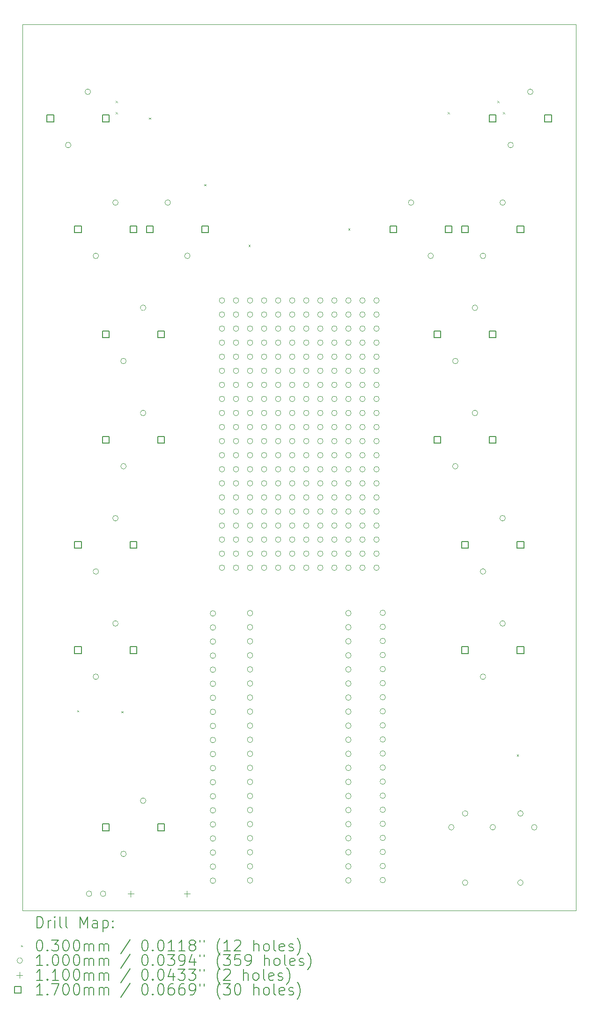
<source format=gbr>
%TF.GenerationSoftware,KiCad,Pcbnew,9.0.0*%
%TF.CreationDate,2025-03-25T20:45:54+10:00*%
%TF.ProjectId,PicoSax,5069636f-5361-4782-9e6b-696361645f70,rev?*%
%TF.SameCoordinates,Original*%
%TF.FileFunction,Drillmap*%
%TF.FilePolarity,Positive*%
%FSLAX45Y45*%
G04 Gerber Fmt 4.5, Leading zero omitted, Abs format (unit mm)*
G04 Created by KiCad (PCBNEW 9.0.0) date 2025-03-25 20:45:54*
%MOMM*%
%LPD*%
G01*
G04 APERTURE LIST*
%ADD10C,0.050000*%
%ADD11C,0.200000*%
%ADD12C,0.100000*%
%ADD13C,0.110000*%
%ADD14C,0.170000*%
G04 APERTURE END LIST*
D10*
X5000000Y-5000000D02*
X15000000Y-5000000D01*
X15000000Y-21000000D01*
X5000000Y-21000000D01*
X5000000Y-5000000D01*
D11*
D12*
X5985000Y-17385000D02*
X6015000Y-17415000D01*
X6015000Y-17385000D02*
X5985000Y-17415000D01*
X6685000Y-6385000D02*
X6715000Y-6415000D01*
X6715000Y-6385000D02*
X6685000Y-6415000D01*
X6685000Y-6585000D02*
X6715000Y-6615000D01*
X6715000Y-6585000D02*
X6685000Y-6615000D01*
X6785000Y-17401250D02*
X6815000Y-17431250D01*
X6815000Y-17401250D02*
X6785000Y-17431250D01*
X7285000Y-6685000D02*
X7315000Y-6715000D01*
X7315000Y-6685000D02*
X7285000Y-6715000D01*
X8285000Y-7885000D02*
X8315000Y-7915000D01*
X8315000Y-7885000D02*
X8285000Y-7915000D01*
X9085000Y-8985000D02*
X9115000Y-9015000D01*
X9115000Y-8985000D02*
X9085000Y-9015000D01*
X10885000Y-8685000D02*
X10915000Y-8715000D01*
X10915000Y-8685000D02*
X10885000Y-8715000D01*
X12685000Y-6585000D02*
X12715000Y-6615000D01*
X12715000Y-6585000D02*
X12685000Y-6615000D01*
X13585000Y-6385000D02*
X13615000Y-6415000D01*
X13615000Y-6385000D02*
X13585000Y-6415000D01*
X13685000Y-6585000D02*
X13715000Y-6615000D01*
X13715000Y-6585000D02*
X13685000Y-6615000D01*
X13935000Y-18185000D02*
X13965000Y-18215000D01*
X13965000Y-18185000D02*
X13935000Y-18215000D01*
X5872500Y-7181000D02*
G75*
G02*
X5772500Y-7181000I-50000J0D01*
G01*
X5772500Y-7181000D02*
G75*
G02*
X5872500Y-7181000I50000J0D01*
G01*
X6227500Y-6219000D02*
G75*
G02*
X6127500Y-6219000I-50000J0D01*
G01*
X6127500Y-6219000D02*
G75*
G02*
X6227500Y-6219000I50000J0D01*
G01*
X6250000Y-20700000D02*
G75*
G02*
X6150000Y-20700000I-50000J0D01*
G01*
X6150000Y-20700000D02*
G75*
G02*
X6250000Y-20700000I50000J0D01*
G01*
X6372500Y-9181000D02*
G75*
G02*
X6272500Y-9181000I-50000J0D01*
G01*
X6272500Y-9181000D02*
G75*
G02*
X6372500Y-9181000I50000J0D01*
G01*
X6372500Y-14881000D02*
G75*
G02*
X6272500Y-14881000I-50000J0D01*
G01*
X6272500Y-14881000D02*
G75*
G02*
X6372500Y-14881000I50000J0D01*
G01*
X6372500Y-16781000D02*
G75*
G02*
X6272500Y-16781000I-50000J0D01*
G01*
X6272500Y-16781000D02*
G75*
G02*
X6372500Y-16781000I50000J0D01*
G01*
X6504000Y-20700000D02*
G75*
G02*
X6404000Y-20700000I-50000J0D01*
G01*
X6404000Y-20700000D02*
G75*
G02*
X6504000Y-20700000I50000J0D01*
G01*
X6727500Y-8219000D02*
G75*
G02*
X6627500Y-8219000I-50000J0D01*
G01*
X6627500Y-8219000D02*
G75*
G02*
X6727500Y-8219000I50000J0D01*
G01*
X6727500Y-13919000D02*
G75*
G02*
X6627500Y-13919000I-50000J0D01*
G01*
X6627500Y-13919000D02*
G75*
G02*
X6727500Y-13919000I50000J0D01*
G01*
X6727500Y-15819000D02*
G75*
G02*
X6627500Y-15819000I-50000J0D01*
G01*
X6627500Y-15819000D02*
G75*
G02*
X6727500Y-15819000I50000J0D01*
G01*
X6872500Y-11081000D02*
G75*
G02*
X6772500Y-11081000I-50000J0D01*
G01*
X6772500Y-11081000D02*
G75*
G02*
X6872500Y-11081000I50000J0D01*
G01*
X6872500Y-12981000D02*
G75*
G02*
X6772500Y-12981000I-50000J0D01*
G01*
X6772500Y-12981000D02*
G75*
G02*
X6872500Y-12981000I50000J0D01*
G01*
X6872500Y-19981000D02*
G75*
G02*
X6772500Y-19981000I-50000J0D01*
G01*
X6772500Y-19981000D02*
G75*
G02*
X6872500Y-19981000I50000J0D01*
G01*
X7227500Y-10119000D02*
G75*
G02*
X7127500Y-10119000I-50000J0D01*
G01*
X7127500Y-10119000D02*
G75*
G02*
X7227500Y-10119000I50000J0D01*
G01*
X7227500Y-12019000D02*
G75*
G02*
X7127500Y-12019000I-50000J0D01*
G01*
X7127500Y-12019000D02*
G75*
G02*
X7227500Y-12019000I50000J0D01*
G01*
X7227500Y-19019000D02*
G75*
G02*
X7127500Y-19019000I-50000J0D01*
G01*
X7127500Y-19019000D02*
G75*
G02*
X7227500Y-19019000I50000J0D01*
G01*
X7672500Y-8219000D02*
G75*
G02*
X7572500Y-8219000I-50000J0D01*
G01*
X7572500Y-8219000D02*
G75*
G02*
X7672500Y-8219000I50000J0D01*
G01*
X8027500Y-9181000D02*
G75*
G02*
X7927500Y-9181000I-50000J0D01*
G01*
X7927500Y-9181000D02*
G75*
G02*
X8027500Y-9181000I50000J0D01*
G01*
X8490000Y-15638250D02*
G75*
G02*
X8390000Y-15638250I-50000J0D01*
G01*
X8390000Y-15638250D02*
G75*
G02*
X8490000Y-15638250I50000J0D01*
G01*
X8490000Y-15892250D02*
G75*
G02*
X8390000Y-15892250I-50000J0D01*
G01*
X8390000Y-15892250D02*
G75*
G02*
X8490000Y-15892250I50000J0D01*
G01*
X8490000Y-16146250D02*
G75*
G02*
X8390000Y-16146250I-50000J0D01*
G01*
X8390000Y-16146250D02*
G75*
G02*
X8490000Y-16146250I50000J0D01*
G01*
X8490000Y-16400250D02*
G75*
G02*
X8390000Y-16400250I-50000J0D01*
G01*
X8390000Y-16400250D02*
G75*
G02*
X8490000Y-16400250I50000J0D01*
G01*
X8490000Y-16654250D02*
G75*
G02*
X8390000Y-16654250I-50000J0D01*
G01*
X8390000Y-16654250D02*
G75*
G02*
X8490000Y-16654250I50000J0D01*
G01*
X8490000Y-16908250D02*
G75*
G02*
X8390000Y-16908250I-50000J0D01*
G01*
X8390000Y-16908250D02*
G75*
G02*
X8490000Y-16908250I50000J0D01*
G01*
X8490000Y-17162250D02*
G75*
G02*
X8390000Y-17162250I-50000J0D01*
G01*
X8390000Y-17162250D02*
G75*
G02*
X8490000Y-17162250I50000J0D01*
G01*
X8490000Y-17416250D02*
G75*
G02*
X8390000Y-17416250I-50000J0D01*
G01*
X8390000Y-17416250D02*
G75*
G02*
X8490000Y-17416250I50000J0D01*
G01*
X8490000Y-17670250D02*
G75*
G02*
X8390000Y-17670250I-50000J0D01*
G01*
X8390000Y-17670250D02*
G75*
G02*
X8490000Y-17670250I50000J0D01*
G01*
X8490000Y-17924250D02*
G75*
G02*
X8390000Y-17924250I-50000J0D01*
G01*
X8390000Y-17924250D02*
G75*
G02*
X8490000Y-17924250I50000J0D01*
G01*
X8490000Y-18178250D02*
G75*
G02*
X8390000Y-18178250I-50000J0D01*
G01*
X8390000Y-18178250D02*
G75*
G02*
X8490000Y-18178250I50000J0D01*
G01*
X8490000Y-18432250D02*
G75*
G02*
X8390000Y-18432250I-50000J0D01*
G01*
X8390000Y-18432250D02*
G75*
G02*
X8490000Y-18432250I50000J0D01*
G01*
X8490000Y-18686250D02*
G75*
G02*
X8390000Y-18686250I-50000J0D01*
G01*
X8390000Y-18686250D02*
G75*
G02*
X8490000Y-18686250I50000J0D01*
G01*
X8490000Y-18940250D02*
G75*
G02*
X8390000Y-18940250I-50000J0D01*
G01*
X8390000Y-18940250D02*
G75*
G02*
X8490000Y-18940250I50000J0D01*
G01*
X8490000Y-19194250D02*
G75*
G02*
X8390000Y-19194250I-50000J0D01*
G01*
X8390000Y-19194250D02*
G75*
G02*
X8490000Y-19194250I50000J0D01*
G01*
X8490000Y-19448250D02*
G75*
G02*
X8390000Y-19448250I-50000J0D01*
G01*
X8390000Y-19448250D02*
G75*
G02*
X8490000Y-19448250I50000J0D01*
G01*
X8490000Y-19702250D02*
G75*
G02*
X8390000Y-19702250I-50000J0D01*
G01*
X8390000Y-19702250D02*
G75*
G02*
X8490000Y-19702250I50000J0D01*
G01*
X8490000Y-19956250D02*
G75*
G02*
X8390000Y-19956250I-50000J0D01*
G01*
X8390000Y-19956250D02*
G75*
G02*
X8490000Y-19956250I50000J0D01*
G01*
X8490000Y-20210250D02*
G75*
G02*
X8390000Y-20210250I-50000J0D01*
G01*
X8390000Y-20210250D02*
G75*
G02*
X8490000Y-20210250I50000J0D01*
G01*
X8490000Y-20464250D02*
G75*
G02*
X8390000Y-20464250I-50000J0D01*
G01*
X8390000Y-20464250D02*
G75*
G02*
X8490000Y-20464250I50000J0D01*
G01*
X8653000Y-9987000D02*
G75*
G02*
X8553000Y-9987000I-50000J0D01*
G01*
X8553000Y-9987000D02*
G75*
G02*
X8653000Y-9987000I50000J0D01*
G01*
X8653000Y-10241000D02*
G75*
G02*
X8553000Y-10241000I-50000J0D01*
G01*
X8553000Y-10241000D02*
G75*
G02*
X8653000Y-10241000I50000J0D01*
G01*
X8653000Y-10495000D02*
G75*
G02*
X8553000Y-10495000I-50000J0D01*
G01*
X8553000Y-10495000D02*
G75*
G02*
X8653000Y-10495000I50000J0D01*
G01*
X8653000Y-10749000D02*
G75*
G02*
X8553000Y-10749000I-50000J0D01*
G01*
X8553000Y-10749000D02*
G75*
G02*
X8653000Y-10749000I50000J0D01*
G01*
X8653000Y-11003000D02*
G75*
G02*
X8553000Y-11003000I-50000J0D01*
G01*
X8553000Y-11003000D02*
G75*
G02*
X8653000Y-11003000I50000J0D01*
G01*
X8653000Y-11257000D02*
G75*
G02*
X8553000Y-11257000I-50000J0D01*
G01*
X8553000Y-11257000D02*
G75*
G02*
X8653000Y-11257000I50000J0D01*
G01*
X8653000Y-11511000D02*
G75*
G02*
X8553000Y-11511000I-50000J0D01*
G01*
X8553000Y-11511000D02*
G75*
G02*
X8653000Y-11511000I50000J0D01*
G01*
X8653000Y-11765000D02*
G75*
G02*
X8553000Y-11765000I-50000J0D01*
G01*
X8553000Y-11765000D02*
G75*
G02*
X8653000Y-11765000I50000J0D01*
G01*
X8653000Y-12019000D02*
G75*
G02*
X8553000Y-12019000I-50000J0D01*
G01*
X8553000Y-12019000D02*
G75*
G02*
X8653000Y-12019000I50000J0D01*
G01*
X8653000Y-12273000D02*
G75*
G02*
X8553000Y-12273000I-50000J0D01*
G01*
X8553000Y-12273000D02*
G75*
G02*
X8653000Y-12273000I50000J0D01*
G01*
X8653000Y-12527000D02*
G75*
G02*
X8553000Y-12527000I-50000J0D01*
G01*
X8553000Y-12527000D02*
G75*
G02*
X8653000Y-12527000I50000J0D01*
G01*
X8653000Y-12781000D02*
G75*
G02*
X8553000Y-12781000I-50000J0D01*
G01*
X8553000Y-12781000D02*
G75*
G02*
X8653000Y-12781000I50000J0D01*
G01*
X8653000Y-13035000D02*
G75*
G02*
X8553000Y-13035000I-50000J0D01*
G01*
X8553000Y-13035000D02*
G75*
G02*
X8653000Y-13035000I50000J0D01*
G01*
X8653000Y-13289000D02*
G75*
G02*
X8553000Y-13289000I-50000J0D01*
G01*
X8553000Y-13289000D02*
G75*
G02*
X8653000Y-13289000I50000J0D01*
G01*
X8653000Y-13543000D02*
G75*
G02*
X8553000Y-13543000I-50000J0D01*
G01*
X8553000Y-13543000D02*
G75*
G02*
X8653000Y-13543000I50000J0D01*
G01*
X8653000Y-13797000D02*
G75*
G02*
X8553000Y-13797000I-50000J0D01*
G01*
X8553000Y-13797000D02*
G75*
G02*
X8653000Y-13797000I50000J0D01*
G01*
X8653000Y-14051000D02*
G75*
G02*
X8553000Y-14051000I-50000J0D01*
G01*
X8553000Y-14051000D02*
G75*
G02*
X8653000Y-14051000I50000J0D01*
G01*
X8653000Y-14305000D02*
G75*
G02*
X8553000Y-14305000I-50000J0D01*
G01*
X8553000Y-14305000D02*
G75*
G02*
X8653000Y-14305000I50000J0D01*
G01*
X8653000Y-14559000D02*
G75*
G02*
X8553000Y-14559000I-50000J0D01*
G01*
X8553000Y-14559000D02*
G75*
G02*
X8653000Y-14559000I50000J0D01*
G01*
X8653000Y-14813000D02*
G75*
G02*
X8553000Y-14813000I-50000J0D01*
G01*
X8553000Y-14813000D02*
G75*
G02*
X8653000Y-14813000I50000J0D01*
G01*
X8907000Y-9987000D02*
G75*
G02*
X8807000Y-9987000I-50000J0D01*
G01*
X8807000Y-9987000D02*
G75*
G02*
X8907000Y-9987000I50000J0D01*
G01*
X8907000Y-10241000D02*
G75*
G02*
X8807000Y-10241000I-50000J0D01*
G01*
X8807000Y-10241000D02*
G75*
G02*
X8907000Y-10241000I50000J0D01*
G01*
X8907000Y-10495000D02*
G75*
G02*
X8807000Y-10495000I-50000J0D01*
G01*
X8807000Y-10495000D02*
G75*
G02*
X8907000Y-10495000I50000J0D01*
G01*
X8907000Y-10749000D02*
G75*
G02*
X8807000Y-10749000I-50000J0D01*
G01*
X8807000Y-10749000D02*
G75*
G02*
X8907000Y-10749000I50000J0D01*
G01*
X8907000Y-11003000D02*
G75*
G02*
X8807000Y-11003000I-50000J0D01*
G01*
X8807000Y-11003000D02*
G75*
G02*
X8907000Y-11003000I50000J0D01*
G01*
X8907000Y-11257000D02*
G75*
G02*
X8807000Y-11257000I-50000J0D01*
G01*
X8807000Y-11257000D02*
G75*
G02*
X8907000Y-11257000I50000J0D01*
G01*
X8907000Y-11511000D02*
G75*
G02*
X8807000Y-11511000I-50000J0D01*
G01*
X8807000Y-11511000D02*
G75*
G02*
X8907000Y-11511000I50000J0D01*
G01*
X8907000Y-11765000D02*
G75*
G02*
X8807000Y-11765000I-50000J0D01*
G01*
X8807000Y-11765000D02*
G75*
G02*
X8907000Y-11765000I50000J0D01*
G01*
X8907000Y-12019000D02*
G75*
G02*
X8807000Y-12019000I-50000J0D01*
G01*
X8807000Y-12019000D02*
G75*
G02*
X8907000Y-12019000I50000J0D01*
G01*
X8907000Y-12273000D02*
G75*
G02*
X8807000Y-12273000I-50000J0D01*
G01*
X8807000Y-12273000D02*
G75*
G02*
X8907000Y-12273000I50000J0D01*
G01*
X8907000Y-12527000D02*
G75*
G02*
X8807000Y-12527000I-50000J0D01*
G01*
X8807000Y-12527000D02*
G75*
G02*
X8907000Y-12527000I50000J0D01*
G01*
X8907000Y-12781000D02*
G75*
G02*
X8807000Y-12781000I-50000J0D01*
G01*
X8807000Y-12781000D02*
G75*
G02*
X8907000Y-12781000I50000J0D01*
G01*
X8907000Y-13035000D02*
G75*
G02*
X8807000Y-13035000I-50000J0D01*
G01*
X8807000Y-13035000D02*
G75*
G02*
X8907000Y-13035000I50000J0D01*
G01*
X8907000Y-13289000D02*
G75*
G02*
X8807000Y-13289000I-50000J0D01*
G01*
X8807000Y-13289000D02*
G75*
G02*
X8907000Y-13289000I50000J0D01*
G01*
X8907000Y-13543000D02*
G75*
G02*
X8807000Y-13543000I-50000J0D01*
G01*
X8807000Y-13543000D02*
G75*
G02*
X8907000Y-13543000I50000J0D01*
G01*
X8907000Y-13797000D02*
G75*
G02*
X8807000Y-13797000I-50000J0D01*
G01*
X8807000Y-13797000D02*
G75*
G02*
X8907000Y-13797000I50000J0D01*
G01*
X8907000Y-14051000D02*
G75*
G02*
X8807000Y-14051000I-50000J0D01*
G01*
X8807000Y-14051000D02*
G75*
G02*
X8907000Y-14051000I50000J0D01*
G01*
X8907000Y-14305000D02*
G75*
G02*
X8807000Y-14305000I-50000J0D01*
G01*
X8807000Y-14305000D02*
G75*
G02*
X8907000Y-14305000I50000J0D01*
G01*
X8907000Y-14559000D02*
G75*
G02*
X8807000Y-14559000I-50000J0D01*
G01*
X8807000Y-14559000D02*
G75*
G02*
X8907000Y-14559000I50000J0D01*
G01*
X8907000Y-14813000D02*
G75*
G02*
X8807000Y-14813000I-50000J0D01*
G01*
X8807000Y-14813000D02*
G75*
G02*
X8907000Y-14813000I50000J0D01*
G01*
X9161000Y-9987000D02*
G75*
G02*
X9061000Y-9987000I-50000J0D01*
G01*
X9061000Y-9987000D02*
G75*
G02*
X9161000Y-9987000I50000J0D01*
G01*
X9161000Y-10241000D02*
G75*
G02*
X9061000Y-10241000I-50000J0D01*
G01*
X9061000Y-10241000D02*
G75*
G02*
X9161000Y-10241000I50000J0D01*
G01*
X9161000Y-10495000D02*
G75*
G02*
X9061000Y-10495000I-50000J0D01*
G01*
X9061000Y-10495000D02*
G75*
G02*
X9161000Y-10495000I50000J0D01*
G01*
X9161000Y-10749000D02*
G75*
G02*
X9061000Y-10749000I-50000J0D01*
G01*
X9061000Y-10749000D02*
G75*
G02*
X9161000Y-10749000I50000J0D01*
G01*
X9161000Y-11003000D02*
G75*
G02*
X9061000Y-11003000I-50000J0D01*
G01*
X9061000Y-11003000D02*
G75*
G02*
X9161000Y-11003000I50000J0D01*
G01*
X9161000Y-11257000D02*
G75*
G02*
X9061000Y-11257000I-50000J0D01*
G01*
X9061000Y-11257000D02*
G75*
G02*
X9161000Y-11257000I50000J0D01*
G01*
X9161000Y-11511000D02*
G75*
G02*
X9061000Y-11511000I-50000J0D01*
G01*
X9061000Y-11511000D02*
G75*
G02*
X9161000Y-11511000I50000J0D01*
G01*
X9161000Y-11765000D02*
G75*
G02*
X9061000Y-11765000I-50000J0D01*
G01*
X9061000Y-11765000D02*
G75*
G02*
X9161000Y-11765000I50000J0D01*
G01*
X9161000Y-12019000D02*
G75*
G02*
X9061000Y-12019000I-50000J0D01*
G01*
X9061000Y-12019000D02*
G75*
G02*
X9161000Y-12019000I50000J0D01*
G01*
X9161000Y-12273000D02*
G75*
G02*
X9061000Y-12273000I-50000J0D01*
G01*
X9061000Y-12273000D02*
G75*
G02*
X9161000Y-12273000I50000J0D01*
G01*
X9161000Y-12527000D02*
G75*
G02*
X9061000Y-12527000I-50000J0D01*
G01*
X9061000Y-12527000D02*
G75*
G02*
X9161000Y-12527000I50000J0D01*
G01*
X9161000Y-12781000D02*
G75*
G02*
X9061000Y-12781000I-50000J0D01*
G01*
X9061000Y-12781000D02*
G75*
G02*
X9161000Y-12781000I50000J0D01*
G01*
X9161000Y-13035000D02*
G75*
G02*
X9061000Y-13035000I-50000J0D01*
G01*
X9061000Y-13035000D02*
G75*
G02*
X9161000Y-13035000I50000J0D01*
G01*
X9161000Y-13289000D02*
G75*
G02*
X9061000Y-13289000I-50000J0D01*
G01*
X9061000Y-13289000D02*
G75*
G02*
X9161000Y-13289000I50000J0D01*
G01*
X9161000Y-13543000D02*
G75*
G02*
X9061000Y-13543000I-50000J0D01*
G01*
X9061000Y-13543000D02*
G75*
G02*
X9161000Y-13543000I50000J0D01*
G01*
X9161000Y-13797000D02*
G75*
G02*
X9061000Y-13797000I-50000J0D01*
G01*
X9061000Y-13797000D02*
G75*
G02*
X9161000Y-13797000I50000J0D01*
G01*
X9161000Y-14051000D02*
G75*
G02*
X9061000Y-14051000I-50000J0D01*
G01*
X9061000Y-14051000D02*
G75*
G02*
X9161000Y-14051000I50000J0D01*
G01*
X9161000Y-14305000D02*
G75*
G02*
X9061000Y-14305000I-50000J0D01*
G01*
X9061000Y-14305000D02*
G75*
G02*
X9161000Y-14305000I50000J0D01*
G01*
X9161000Y-14559000D02*
G75*
G02*
X9061000Y-14559000I-50000J0D01*
G01*
X9061000Y-14559000D02*
G75*
G02*
X9161000Y-14559000I50000J0D01*
G01*
X9161000Y-14813000D02*
G75*
G02*
X9061000Y-14813000I-50000J0D01*
G01*
X9061000Y-14813000D02*
G75*
G02*
X9161000Y-14813000I50000J0D01*
G01*
X9161000Y-15633250D02*
G75*
G02*
X9061000Y-15633250I-50000J0D01*
G01*
X9061000Y-15633250D02*
G75*
G02*
X9161000Y-15633250I50000J0D01*
G01*
X9161000Y-15887250D02*
G75*
G02*
X9061000Y-15887250I-50000J0D01*
G01*
X9061000Y-15887250D02*
G75*
G02*
X9161000Y-15887250I50000J0D01*
G01*
X9161000Y-16141250D02*
G75*
G02*
X9061000Y-16141250I-50000J0D01*
G01*
X9061000Y-16141250D02*
G75*
G02*
X9161000Y-16141250I50000J0D01*
G01*
X9161000Y-16395250D02*
G75*
G02*
X9061000Y-16395250I-50000J0D01*
G01*
X9061000Y-16395250D02*
G75*
G02*
X9161000Y-16395250I50000J0D01*
G01*
X9161000Y-16649250D02*
G75*
G02*
X9061000Y-16649250I-50000J0D01*
G01*
X9061000Y-16649250D02*
G75*
G02*
X9161000Y-16649250I50000J0D01*
G01*
X9161000Y-16903250D02*
G75*
G02*
X9061000Y-16903250I-50000J0D01*
G01*
X9061000Y-16903250D02*
G75*
G02*
X9161000Y-16903250I50000J0D01*
G01*
X9161000Y-17157250D02*
G75*
G02*
X9061000Y-17157250I-50000J0D01*
G01*
X9061000Y-17157250D02*
G75*
G02*
X9161000Y-17157250I50000J0D01*
G01*
X9161000Y-17411250D02*
G75*
G02*
X9061000Y-17411250I-50000J0D01*
G01*
X9061000Y-17411250D02*
G75*
G02*
X9161000Y-17411250I50000J0D01*
G01*
X9161000Y-17665250D02*
G75*
G02*
X9061000Y-17665250I-50000J0D01*
G01*
X9061000Y-17665250D02*
G75*
G02*
X9161000Y-17665250I50000J0D01*
G01*
X9161000Y-17919250D02*
G75*
G02*
X9061000Y-17919250I-50000J0D01*
G01*
X9061000Y-17919250D02*
G75*
G02*
X9161000Y-17919250I50000J0D01*
G01*
X9161000Y-18173250D02*
G75*
G02*
X9061000Y-18173250I-50000J0D01*
G01*
X9061000Y-18173250D02*
G75*
G02*
X9161000Y-18173250I50000J0D01*
G01*
X9161000Y-18427250D02*
G75*
G02*
X9061000Y-18427250I-50000J0D01*
G01*
X9061000Y-18427250D02*
G75*
G02*
X9161000Y-18427250I50000J0D01*
G01*
X9161000Y-18681250D02*
G75*
G02*
X9061000Y-18681250I-50000J0D01*
G01*
X9061000Y-18681250D02*
G75*
G02*
X9161000Y-18681250I50000J0D01*
G01*
X9161000Y-18935250D02*
G75*
G02*
X9061000Y-18935250I-50000J0D01*
G01*
X9061000Y-18935250D02*
G75*
G02*
X9161000Y-18935250I50000J0D01*
G01*
X9161000Y-19189250D02*
G75*
G02*
X9061000Y-19189250I-50000J0D01*
G01*
X9061000Y-19189250D02*
G75*
G02*
X9161000Y-19189250I50000J0D01*
G01*
X9161000Y-19443250D02*
G75*
G02*
X9061000Y-19443250I-50000J0D01*
G01*
X9061000Y-19443250D02*
G75*
G02*
X9161000Y-19443250I50000J0D01*
G01*
X9161000Y-19697250D02*
G75*
G02*
X9061000Y-19697250I-50000J0D01*
G01*
X9061000Y-19697250D02*
G75*
G02*
X9161000Y-19697250I50000J0D01*
G01*
X9161000Y-19951250D02*
G75*
G02*
X9061000Y-19951250I-50000J0D01*
G01*
X9061000Y-19951250D02*
G75*
G02*
X9161000Y-19951250I50000J0D01*
G01*
X9161000Y-20205250D02*
G75*
G02*
X9061000Y-20205250I-50000J0D01*
G01*
X9061000Y-20205250D02*
G75*
G02*
X9161000Y-20205250I50000J0D01*
G01*
X9161000Y-20459250D02*
G75*
G02*
X9061000Y-20459250I-50000J0D01*
G01*
X9061000Y-20459250D02*
G75*
G02*
X9161000Y-20459250I50000J0D01*
G01*
X9415000Y-9987000D02*
G75*
G02*
X9315000Y-9987000I-50000J0D01*
G01*
X9315000Y-9987000D02*
G75*
G02*
X9415000Y-9987000I50000J0D01*
G01*
X9415000Y-10241000D02*
G75*
G02*
X9315000Y-10241000I-50000J0D01*
G01*
X9315000Y-10241000D02*
G75*
G02*
X9415000Y-10241000I50000J0D01*
G01*
X9415000Y-10495000D02*
G75*
G02*
X9315000Y-10495000I-50000J0D01*
G01*
X9315000Y-10495000D02*
G75*
G02*
X9415000Y-10495000I50000J0D01*
G01*
X9415000Y-10749000D02*
G75*
G02*
X9315000Y-10749000I-50000J0D01*
G01*
X9315000Y-10749000D02*
G75*
G02*
X9415000Y-10749000I50000J0D01*
G01*
X9415000Y-11003000D02*
G75*
G02*
X9315000Y-11003000I-50000J0D01*
G01*
X9315000Y-11003000D02*
G75*
G02*
X9415000Y-11003000I50000J0D01*
G01*
X9415000Y-11257000D02*
G75*
G02*
X9315000Y-11257000I-50000J0D01*
G01*
X9315000Y-11257000D02*
G75*
G02*
X9415000Y-11257000I50000J0D01*
G01*
X9415000Y-11511000D02*
G75*
G02*
X9315000Y-11511000I-50000J0D01*
G01*
X9315000Y-11511000D02*
G75*
G02*
X9415000Y-11511000I50000J0D01*
G01*
X9415000Y-11765000D02*
G75*
G02*
X9315000Y-11765000I-50000J0D01*
G01*
X9315000Y-11765000D02*
G75*
G02*
X9415000Y-11765000I50000J0D01*
G01*
X9415000Y-12019000D02*
G75*
G02*
X9315000Y-12019000I-50000J0D01*
G01*
X9315000Y-12019000D02*
G75*
G02*
X9415000Y-12019000I50000J0D01*
G01*
X9415000Y-12273000D02*
G75*
G02*
X9315000Y-12273000I-50000J0D01*
G01*
X9315000Y-12273000D02*
G75*
G02*
X9415000Y-12273000I50000J0D01*
G01*
X9415000Y-12527000D02*
G75*
G02*
X9315000Y-12527000I-50000J0D01*
G01*
X9315000Y-12527000D02*
G75*
G02*
X9415000Y-12527000I50000J0D01*
G01*
X9415000Y-12781000D02*
G75*
G02*
X9315000Y-12781000I-50000J0D01*
G01*
X9315000Y-12781000D02*
G75*
G02*
X9415000Y-12781000I50000J0D01*
G01*
X9415000Y-13035000D02*
G75*
G02*
X9315000Y-13035000I-50000J0D01*
G01*
X9315000Y-13035000D02*
G75*
G02*
X9415000Y-13035000I50000J0D01*
G01*
X9415000Y-13289000D02*
G75*
G02*
X9315000Y-13289000I-50000J0D01*
G01*
X9315000Y-13289000D02*
G75*
G02*
X9415000Y-13289000I50000J0D01*
G01*
X9415000Y-13543000D02*
G75*
G02*
X9315000Y-13543000I-50000J0D01*
G01*
X9315000Y-13543000D02*
G75*
G02*
X9415000Y-13543000I50000J0D01*
G01*
X9415000Y-13797000D02*
G75*
G02*
X9315000Y-13797000I-50000J0D01*
G01*
X9315000Y-13797000D02*
G75*
G02*
X9415000Y-13797000I50000J0D01*
G01*
X9415000Y-14051000D02*
G75*
G02*
X9315000Y-14051000I-50000J0D01*
G01*
X9315000Y-14051000D02*
G75*
G02*
X9415000Y-14051000I50000J0D01*
G01*
X9415000Y-14305000D02*
G75*
G02*
X9315000Y-14305000I-50000J0D01*
G01*
X9315000Y-14305000D02*
G75*
G02*
X9415000Y-14305000I50000J0D01*
G01*
X9415000Y-14559000D02*
G75*
G02*
X9315000Y-14559000I-50000J0D01*
G01*
X9315000Y-14559000D02*
G75*
G02*
X9415000Y-14559000I50000J0D01*
G01*
X9415000Y-14813000D02*
G75*
G02*
X9315000Y-14813000I-50000J0D01*
G01*
X9315000Y-14813000D02*
G75*
G02*
X9415000Y-14813000I50000J0D01*
G01*
X9669000Y-9987000D02*
G75*
G02*
X9569000Y-9987000I-50000J0D01*
G01*
X9569000Y-9987000D02*
G75*
G02*
X9669000Y-9987000I50000J0D01*
G01*
X9669000Y-10241000D02*
G75*
G02*
X9569000Y-10241000I-50000J0D01*
G01*
X9569000Y-10241000D02*
G75*
G02*
X9669000Y-10241000I50000J0D01*
G01*
X9669000Y-10495000D02*
G75*
G02*
X9569000Y-10495000I-50000J0D01*
G01*
X9569000Y-10495000D02*
G75*
G02*
X9669000Y-10495000I50000J0D01*
G01*
X9669000Y-10749000D02*
G75*
G02*
X9569000Y-10749000I-50000J0D01*
G01*
X9569000Y-10749000D02*
G75*
G02*
X9669000Y-10749000I50000J0D01*
G01*
X9669000Y-11003000D02*
G75*
G02*
X9569000Y-11003000I-50000J0D01*
G01*
X9569000Y-11003000D02*
G75*
G02*
X9669000Y-11003000I50000J0D01*
G01*
X9669000Y-11257000D02*
G75*
G02*
X9569000Y-11257000I-50000J0D01*
G01*
X9569000Y-11257000D02*
G75*
G02*
X9669000Y-11257000I50000J0D01*
G01*
X9669000Y-11511000D02*
G75*
G02*
X9569000Y-11511000I-50000J0D01*
G01*
X9569000Y-11511000D02*
G75*
G02*
X9669000Y-11511000I50000J0D01*
G01*
X9669000Y-11765000D02*
G75*
G02*
X9569000Y-11765000I-50000J0D01*
G01*
X9569000Y-11765000D02*
G75*
G02*
X9669000Y-11765000I50000J0D01*
G01*
X9669000Y-12019000D02*
G75*
G02*
X9569000Y-12019000I-50000J0D01*
G01*
X9569000Y-12019000D02*
G75*
G02*
X9669000Y-12019000I50000J0D01*
G01*
X9669000Y-12273000D02*
G75*
G02*
X9569000Y-12273000I-50000J0D01*
G01*
X9569000Y-12273000D02*
G75*
G02*
X9669000Y-12273000I50000J0D01*
G01*
X9669000Y-12527000D02*
G75*
G02*
X9569000Y-12527000I-50000J0D01*
G01*
X9569000Y-12527000D02*
G75*
G02*
X9669000Y-12527000I50000J0D01*
G01*
X9669000Y-12781000D02*
G75*
G02*
X9569000Y-12781000I-50000J0D01*
G01*
X9569000Y-12781000D02*
G75*
G02*
X9669000Y-12781000I50000J0D01*
G01*
X9669000Y-13035000D02*
G75*
G02*
X9569000Y-13035000I-50000J0D01*
G01*
X9569000Y-13035000D02*
G75*
G02*
X9669000Y-13035000I50000J0D01*
G01*
X9669000Y-13289000D02*
G75*
G02*
X9569000Y-13289000I-50000J0D01*
G01*
X9569000Y-13289000D02*
G75*
G02*
X9669000Y-13289000I50000J0D01*
G01*
X9669000Y-13543000D02*
G75*
G02*
X9569000Y-13543000I-50000J0D01*
G01*
X9569000Y-13543000D02*
G75*
G02*
X9669000Y-13543000I50000J0D01*
G01*
X9669000Y-13797000D02*
G75*
G02*
X9569000Y-13797000I-50000J0D01*
G01*
X9569000Y-13797000D02*
G75*
G02*
X9669000Y-13797000I50000J0D01*
G01*
X9669000Y-14051000D02*
G75*
G02*
X9569000Y-14051000I-50000J0D01*
G01*
X9569000Y-14051000D02*
G75*
G02*
X9669000Y-14051000I50000J0D01*
G01*
X9669000Y-14305000D02*
G75*
G02*
X9569000Y-14305000I-50000J0D01*
G01*
X9569000Y-14305000D02*
G75*
G02*
X9669000Y-14305000I50000J0D01*
G01*
X9669000Y-14559000D02*
G75*
G02*
X9569000Y-14559000I-50000J0D01*
G01*
X9569000Y-14559000D02*
G75*
G02*
X9669000Y-14559000I50000J0D01*
G01*
X9669000Y-14813000D02*
G75*
G02*
X9569000Y-14813000I-50000J0D01*
G01*
X9569000Y-14813000D02*
G75*
G02*
X9669000Y-14813000I50000J0D01*
G01*
X9923000Y-9987000D02*
G75*
G02*
X9823000Y-9987000I-50000J0D01*
G01*
X9823000Y-9987000D02*
G75*
G02*
X9923000Y-9987000I50000J0D01*
G01*
X9923000Y-10241000D02*
G75*
G02*
X9823000Y-10241000I-50000J0D01*
G01*
X9823000Y-10241000D02*
G75*
G02*
X9923000Y-10241000I50000J0D01*
G01*
X9923000Y-10495000D02*
G75*
G02*
X9823000Y-10495000I-50000J0D01*
G01*
X9823000Y-10495000D02*
G75*
G02*
X9923000Y-10495000I50000J0D01*
G01*
X9923000Y-10749000D02*
G75*
G02*
X9823000Y-10749000I-50000J0D01*
G01*
X9823000Y-10749000D02*
G75*
G02*
X9923000Y-10749000I50000J0D01*
G01*
X9923000Y-11003000D02*
G75*
G02*
X9823000Y-11003000I-50000J0D01*
G01*
X9823000Y-11003000D02*
G75*
G02*
X9923000Y-11003000I50000J0D01*
G01*
X9923000Y-11257000D02*
G75*
G02*
X9823000Y-11257000I-50000J0D01*
G01*
X9823000Y-11257000D02*
G75*
G02*
X9923000Y-11257000I50000J0D01*
G01*
X9923000Y-11511000D02*
G75*
G02*
X9823000Y-11511000I-50000J0D01*
G01*
X9823000Y-11511000D02*
G75*
G02*
X9923000Y-11511000I50000J0D01*
G01*
X9923000Y-11765000D02*
G75*
G02*
X9823000Y-11765000I-50000J0D01*
G01*
X9823000Y-11765000D02*
G75*
G02*
X9923000Y-11765000I50000J0D01*
G01*
X9923000Y-12019000D02*
G75*
G02*
X9823000Y-12019000I-50000J0D01*
G01*
X9823000Y-12019000D02*
G75*
G02*
X9923000Y-12019000I50000J0D01*
G01*
X9923000Y-12273000D02*
G75*
G02*
X9823000Y-12273000I-50000J0D01*
G01*
X9823000Y-12273000D02*
G75*
G02*
X9923000Y-12273000I50000J0D01*
G01*
X9923000Y-12527000D02*
G75*
G02*
X9823000Y-12527000I-50000J0D01*
G01*
X9823000Y-12527000D02*
G75*
G02*
X9923000Y-12527000I50000J0D01*
G01*
X9923000Y-12781000D02*
G75*
G02*
X9823000Y-12781000I-50000J0D01*
G01*
X9823000Y-12781000D02*
G75*
G02*
X9923000Y-12781000I50000J0D01*
G01*
X9923000Y-13035000D02*
G75*
G02*
X9823000Y-13035000I-50000J0D01*
G01*
X9823000Y-13035000D02*
G75*
G02*
X9923000Y-13035000I50000J0D01*
G01*
X9923000Y-13289000D02*
G75*
G02*
X9823000Y-13289000I-50000J0D01*
G01*
X9823000Y-13289000D02*
G75*
G02*
X9923000Y-13289000I50000J0D01*
G01*
X9923000Y-13543000D02*
G75*
G02*
X9823000Y-13543000I-50000J0D01*
G01*
X9823000Y-13543000D02*
G75*
G02*
X9923000Y-13543000I50000J0D01*
G01*
X9923000Y-13797000D02*
G75*
G02*
X9823000Y-13797000I-50000J0D01*
G01*
X9823000Y-13797000D02*
G75*
G02*
X9923000Y-13797000I50000J0D01*
G01*
X9923000Y-14051000D02*
G75*
G02*
X9823000Y-14051000I-50000J0D01*
G01*
X9823000Y-14051000D02*
G75*
G02*
X9923000Y-14051000I50000J0D01*
G01*
X9923000Y-14305000D02*
G75*
G02*
X9823000Y-14305000I-50000J0D01*
G01*
X9823000Y-14305000D02*
G75*
G02*
X9923000Y-14305000I50000J0D01*
G01*
X9923000Y-14559000D02*
G75*
G02*
X9823000Y-14559000I-50000J0D01*
G01*
X9823000Y-14559000D02*
G75*
G02*
X9923000Y-14559000I50000J0D01*
G01*
X9923000Y-14813000D02*
G75*
G02*
X9823000Y-14813000I-50000J0D01*
G01*
X9823000Y-14813000D02*
G75*
G02*
X9923000Y-14813000I50000J0D01*
G01*
X10177000Y-9987000D02*
G75*
G02*
X10077000Y-9987000I-50000J0D01*
G01*
X10077000Y-9987000D02*
G75*
G02*
X10177000Y-9987000I50000J0D01*
G01*
X10177000Y-10241000D02*
G75*
G02*
X10077000Y-10241000I-50000J0D01*
G01*
X10077000Y-10241000D02*
G75*
G02*
X10177000Y-10241000I50000J0D01*
G01*
X10177000Y-10495000D02*
G75*
G02*
X10077000Y-10495000I-50000J0D01*
G01*
X10077000Y-10495000D02*
G75*
G02*
X10177000Y-10495000I50000J0D01*
G01*
X10177000Y-10749000D02*
G75*
G02*
X10077000Y-10749000I-50000J0D01*
G01*
X10077000Y-10749000D02*
G75*
G02*
X10177000Y-10749000I50000J0D01*
G01*
X10177000Y-11003000D02*
G75*
G02*
X10077000Y-11003000I-50000J0D01*
G01*
X10077000Y-11003000D02*
G75*
G02*
X10177000Y-11003000I50000J0D01*
G01*
X10177000Y-11257000D02*
G75*
G02*
X10077000Y-11257000I-50000J0D01*
G01*
X10077000Y-11257000D02*
G75*
G02*
X10177000Y-11257000I50000J0D01*
G01*
X10177000Y-11511000D02*
G75*
G02*
X10077000Y-11511000I-50000J0D01*
G01*
X10077000Y-11511000D02*
G75*
G02*
X10177000Y-11511000I50000J0D01*
G01*
X10177000Y-11765000D02*
G75*
G02*
X10077000Y-11765000I-50000J0D01*
G01*
X10077000Y-11765000D02*
G75*
G02*
X10177000Y-11765000I50000J0D01*
G01*
X10177000Y-12019000D02*
G75*
G02*
X10077000Y-12019000I-50000J0D01*
G01*
X10077000Y-12019000D02*
G75*
G02*
X10177000Y-12019000I50000J0D01*
G01*
X10177000Y-12273000D02*
G75*
G02*
X10077000Y-12273000I-50000J0D01*
G01*
X10077000Y-12273000D02*
G75*
G02*
X10177000Y-12273000I50000J0D01*
G01*
X10177000Y-12527000D02*
G75*
G02*
X10077000Y-12527000I-50000J0D01*
G01*
X10077000Y-12527000D02*
G75*
G02*
X10177000Y-12527000I50000J0D01*
G01*
X10177000Y-12781000D02*
G75*
G02*
X10077000Y-12781000I-50000J0D01*
G01*
X10077000Y-12781000D02*
G75*
G02*
X10177000Y-12781000I50000J0D01*
G01*
X10177000Y-13035000D02*
G75*
G02*
X10077000Y-13035000I-50000J0D01*
G01*
X10077000Y-13035000D02*
G75*
G02*
X10177000Y-13035000I50000J0D01*
G01*
X10177000Y-13289000D02*
G75*
G02*
X10077000Y-13289000I-50000J0D01*
G01*
X10077000Y-13289000D02*
G75*
G02*
X10177000Y-13289000I50000J0D01*
G01*
X10177000Y-13543000D02*
G75*
G02*
X10077000Y-13543000I-50000J0D01*
G01*
X10077000Y-13543000D02*
G75*
G02*
X10177000Y-13543000I50000J0D01*
G01*
X10177000Y-13797000D02*
G75*
G02*
X10077000Y-13797000I-50000J0D01*
G01*
X10077000Y-13797000D02*
G75*
G02*
X10177000Y-13797000I50000J0D01*
G01*
X10177000Y-14051000D02*
G75*
G02*
X10077000Y-14051000I-50000J0D01*
G01*
X10077000Y-14051000D02*
G75*
G02*
X10177000Y-14051000I50000J0D01*
G01*
X10177000Y-14305000D02*
G75*
G02*
X10077000Y-14305000I-50000J0D01*
G01*
X10077000Y-14305000D02*
G75*
G02*
X10177000Y-14305000I50000J0D01*
G01*
X10177000Y-14559000D02*
G75*
G02*
X10077000Y-14559000I-50000J0D01*
G01*
X10077000Y-14559000D02*
G75*
G02*
X10177000Y-14559000I50000J0D01*
G01*
X10177000Y-14813000D02*
G75*
G02*
X10077000Y-14813000I-50000J0D01*
G01*
X10077000Y-14813000D02*
G75*
G02*
X10177000Y-14813000I50000J0D01*
G01*
X10431000Y-9987000D02*
G75*
G02*
X10331000Y-9987000I-50000J0D01*
G01*
X10331000Y-9987000D02*
G75*
G02*
X10431000Y-9987000I50000J0D01*
G01*
X10431000Y-10241000D02*
G75*
G02*
X10331000Y-10241000I-50000J0D01*
G01*
X10331000Y-10241000D02*
G75*
G02*
X10431000Y-10241000I50000J0D01*
G01*
X10431000Y-10495000D02*
G75*
G02*
X10331000Y-10495000I-50000J0D01*
G01*
X10331000Y-10495000D02*
G75*
G02*
X10431000Y-10495000I50000J0D01*
G01*
X10431000Y-10749000D02*
G75*
G02*
X10331000Y-10749000I-50000J0D01*
G01*
X10331000Y-10749000D02*
G75*
G02*
X10431000Y-10749000I50000J0D01*
G01*
X10431000Y-11003000D02*
G75*
G02*
X10331000Y-11003000I-50000J0D01*
G01*
X10331000Y-11003000D02*
G75*
G02*
X10431000Y-11003000I50000J0D01*
G01*
X10431000Y-11257000D02*
G75*
G02*
X10331000Y-11257000I-50000J0D01*
G01*
X10331000Y-11257000D02*
G75*
G02*
X10431000Y-11257000I50000J0D01*
G01*
X10431000Y-11511000D02*
G75*
G02*
X10331000Y-11511000I-50000J0D01*
G01*
X10331000Y-11511000D02*
G75*
G02*
X10431000Y-11511000I50000J0D01*
G01*
X10431000Y-11765000D02*
G75*
G02*
X10331000Y-11765000I-50000J0D01*
G01*
X10331000Y-11765000D02*
G75*
G02*
X10431000Y-11765000I50000J0D01*
G01*
X10431000Y-12019000D02*
G75*
G02*
X10331000Y-12019000I-50000J0D01*
G01*
X10331000Y-12019000D02*
G75*
G02*
X10431000Y-12019000I50000J0D01*
G01*
X10431000Y-12273000D02*
G75*
G02*
X10331000Y-12273000I-50000J0D01*
G01*
X10331000Y-12273000D02*
G75*
G02*
X10431000Y-12273000I50000J0D01*
G01*
X10431000Y-12527000D02*
G75*
G02*
X10331000Y-12527000I-50000J0D01*
G01*
X10331000Y-12527000D02*
G75*
G02*
X10431000Y-12527000I50000J0D01*
G01*
X10431000Y-12781000D02*
G75*
G02*
X10331000Y-12781000I-50000J0D01*
G01*
X10331000Y-12781000D02*
G75*
G02*
X10431000Y-12781000I50000J0D01*
G01*
X10431000Y-13035000D02*
G75*
G02*
X10331000Y-13035000I-50000J0D01*
G01*
X10331000Y-13035000D02*
G75*
G02*
X10431000Y-13035000I50000J0D01*
G01*
X10431000Y-13289000D02*
G75*
G02*
X10331000Y-13289000I-50000J0D01*
G01*
X10331000Y-13289000D02*
G75*
G02*
X10431000Y-13289000I50000J0D01*
G01*
X10431000Y-13543000D02*
G75*
G02*
X10331000Y-13543000I-50000J0D01*
G01*
X10331000Y-13543000D02*
G75*
G02*
X10431000Y-13543000I50000J0D01*
G01*
X10431000Y-13797000D02*
G75*
G02*
X10331000Y-13797000I-50000J0D01*
G01*
X10331000Y-13797000D02*
G75*
G02*
X10431000Y-13797000I50000J0D01*
G01*
X10431000Y-14051000D02*
G75*
G02*
X10331000Y-14051000I-50000J0D01*
G01*
X10331000Y-14051000D02*
G75*
G02*
X10431000Y-14051000I50000J0D01*
G01*
X10431000Y-14305000D02*
G75*
G02*
X10331000Y-14305000I-50000J0D01*
G01*
X10331000Y-14305000D02*
G75*
G02*
X10431000Y-14305000I50000J0D01*
G01*
X10431000Y-14559000D02*
G75*
G02*
X10331000Y-14559000I-50000J0D01*
G01*
X10331000Y-14559000D02*
G75*
G02*
X10431000Y-14559000I50000J0D01*
G01*
X10431000Y-14813000D02*
G75*
G02*
X10331000Y-14813000I-50000J0D01*
G01*
X10331000Y-14813000D02*
G75*
G02*
X10431000Y-14813000I50000J0D01*
G01*
X10685000Y-9987000D02*
G75*
G02*
X10585000Y-9987000I-50000J0D01*
G01*
X10585000Y-9987000D02*
G75*
G02*
X10685000Y-9987000I50000J0D01*
G01*
X10685000Y-10241000D02*
G75*
G02*
X10585000Y-10241000I-50000J0D01*
G01*
X10585000Y-10241000D02*
G75*
G02*
X10685000Y-10241000I50000J0D01*
G01*
X10685000Y-10495000D02*
G75*
G02*
X10585000Y-10495000I-50000J0D01*
G01*
X10585000Y-10495000D02*
G75*
G02*
X10685000Y-10495000I50000J0D01*
G01*
X10685000Y-10749000D02*
G75*
G02*
X10585000Y-10749000I-50000J0D01*
G01*
X10585000Y-10749000D02*
G75*
G02*
X10685000Y-10749000I50000J0D01*
G01*
X10685000Y-11003000D02*
G75*
G02*
X10585000Y-11003000I-50000J0D01*
G01*
X10585000Y-11003000D02*
G75*
G02*
X10685000Y-11003000I50000J0D01*
G01*
X10685000Y-11257000D02*
G75*
G02*
X10585000Y-11257000I-50000J0D01*
G01*
X10585000Y-11257000D02*
G75*
G02*
X10685000Y-11257000I50000J0D01*
G01*
X10685000Y-11511000D02*
G75*
G02*
X10585000Y-11511000I-50000J0D01*
G01*
X10585000Y-11511000D02*
G75*
G02*
X10685000Y-11511000I50000J0D01*
G01*
X10685000Y-11765000D02*
G75*
G02*
X10585000Y-11765000I-50000J0D01*
G01*
X10585000Y-11765000D02*
G75*
G02*
X10685000Y-11765000I50000J0D01*
G01*
X10685000Y-12019000D02*
G75*
G02*
X10585000Y-12019000I-50000J0D01*
G01*
X10585000Y-12019000D02*
G75*
G02*
X10685000Y-12019000I50000J0D01*
G01*
X10685000Y-12273000D02*
G75*
G02*
X10585000Y-12273000I-50000J0D01*
G01*
X10585000Y-12273000D02*
G75*
G02*
X10685000Y-12273000I50000J0D01*
G01*
X10685000Y-12527000D02*
G75*
G02*
X10585000Y-12527000I-50000J0D01*
G01*
X10585000Y-12527000D02*
G75*
G02*
X10685000Y-12527000I50000J0D01*
G01*
X10685000Y-12781000D02*
G75*
G02*
X10585000Y-12781000I-50000J0D01*
G01*
X10585000Y-12781000D02*
G75*
G02*
X10685000Y-12781000I50000J0D01*
G01*
X10685000Y-13035000D02*
G75*
G02*
X10585000Y-13035000I-50000J0D01*
G01*
X10585000Y-13035000D02*
G75*
G02*
X10685000Y-13035000I50000J0D01*
G01*
X10685000Y-13289000D02*
G75*
G02*
X10585000Y-13289000I-50000J0D01*
G01*
X10585000Y-13289000D02*
G75*
G02*
X10685000Y-13289000I50000J0D01*
G01*
X10685000Y-13543000D02*
G75*
G02*
X10585000Y-13543000I-50000J0D01*
G01*
X10585000Y-13543000D02*
G75*
G02*
X10685000Y-13543000I50000J0D01*
G01*
X10685000Y-13797000D02*
G75*
G02*
X10585000Y-13797000I-50000J0D01*
G01*
X10585000Y-13797000D02*
G75*
G02*
X10685000Y-13797000I50000J0D01*
G01*
X10685000Y-14051000D02*
G75*
G02*
X10585000Y-14051000I-50000J0D01*
G01*
X10585000Y-14051000D02*
G75*
G02*
X10685000Y-14051000I50000J0D01*
G01*
X10685000Y-14305000D02*
G75*
G02*
X10585000Y-14305000I-50000J0D01*
G01*
X10585000Y-14305000D02*
G75*
G02*
X10685000Y-14305000I50000J0D01*
G01*
X10685000Y-14559000D02*
G75*
G02*
X10585000Y-14559000I-50000J0D01*
G01*
X10585000Y-14559000D02*
G75*
G02*
X10685000Y-14559000I50000J0D01*
G01*
X10685000Y-14813000D02*
G75*
G02*
X10585000Y-14813000I-50000J0D01*
G01*
X10585000Y-14813000D02*
G75*
G02*
X10685000Y-14813000I50000J0D01*
G01*
X10939000Y-9987000D02*
G75*
G02*
X10839000Y-9987000I-50000J0D01*
G01*
X10839000Y-9987000D02*
G75*
G02*
X10939000Y-9987000I50000J0D01*
G01*
X10939000Y-10241000D02*
G75*
G02*
X10839000Y-10241000I-50000J0D01*
G01*
X10839000Y-10241000D02*
G75*
G02*
X10939000Y-10241000I50000J0D01*
G01*
X10939000Y-10495000D02*
G75*
G02*
X10839000Y-10495000I-50000J0D01*
G01*
X10839000Y-10495000D02*
G75*
G02*
X10939000Y-10495000I50000J0D01*
G01*
X10939000Y-10749000D02*
G75*
G02*
X10839000Y-10749000I-50000J0D01*
G01*
X10839000Y-10749000D02*
G75*
G02*
X10939000Y-10749000I50000J0D01*
G01*
X10939000Y-11003000D02*
G75*
G02*
X10839000Y-11003000I-50000J0D01*
G01*
X10839000Y-11003000D02*
G75*
G02*
X10939000Y-11003000I50000J0D01*
G01*
X10939000Y-11257000D02*
G75*
G02*
X10839000Y-11257000I-50000J0D01*
G01*
X10839000Y-11257000D02*
G75*
G02*
X10939000Y-11257000I50000J0D01*
G01*
X10939000Y-11511000D02*
G75*
G02*
X10839000Y-11511000I-50000J0D01*
G01*
X10839000Y-11511000D02*
G75*
G02*
X10939000Y-11511000I50000J0D01*
G01*
X10939000Y-11765000D02*
G75*
G02*
X10839000Y-11765000I-50000J0D01*
G01*
X10839000Y-11765000D02*
G75*
G02*
X10939000Y-11765000I50000J0D01*
G01*
X10939000Y-12019000D02*
G75*
G02*
X10839000Y-12019000I-50000J0D01*
G01*
X10839000Y-12019000D02*
G75*
G02*
X10939000Y-12019000I50000J0D01*
G01*
X10939000Y-12273000D02*
G75*
G02*
X10839000Y-12273000I-50000J0D01*
G01*
X10839000Y-12273000D02*
G75*
G02*
X10939000Y-12273000I50000J0D01*
G01*
X10939000Y-12527000D02*
G75*
G02*
X10839000Y-12527000I-50000J0D01*
G01*
X10839000Y-12527000D02*
G75*
G02*
X10939000Y-12527000I50000J0D01*
G01*
X10939000Y-12781000D02*
G75*
G02*
X10839000Y-12781000I-50000J0D01*
G01*
X10839000Y-12781000D02*
G75*
G02*
X10939000Y-12781000I50000J0D01*
G01*
X10939000Y-13035000D02*
G75*
G02*
X10839000Y-13035000I-50000J0D01*
G01*
X10839000Y-13035000D02*
G75*
G02*
X10939000Y-13035000I50000J0D01*
G01*
X10939000Y-13289000D02*
G75*
G02*
X10839000Y-13289000I-50000J0D01*
G01*
X10839000Y-13289000D02*
G75*
G02*
X10939000Y-13289000I50000J0D01*
G01*
X10939000Y-13543000D02*
G75*
G02*
X10839000Y-13543000I-50000J0D01*
G01*
X10839000Y-13543000D02*
G75*
G02*
X10939000Y-13543000I50000J0D01*
G01*
X10939000Y-13797000D02*
G75*
G02*
X10839000Y-13797000I-50000J0D01*
G01*
X10839000Y-13797000D02*
G75*
G02*
X10939000Y-13797000I50000J0D01*
G01*
X10939000Y-14051000D02*
G75*
G02*
X10839000Y-14051000I-50000J0D01*
G01*
X10839000Y-14051000D02*
G75*
G02*
X10939000Y-14051000I50000J0D01*
G01*
X10939000Y-14305000D02*
G75*
G02*
X10839000Y-14305000I-50000J0D01*
G01*
X10839000Y-14305000D02*
G75*
G02*
X10939000Y-14305000I50000J0D01*
G01*
X10939000Y-14559000D02*
G75*
G02*
X10839000Y-14559000I-50000J0D01*
G01*
X10839000Y-14559000D02*
G75*
G02*
X10939000Y-14559000I50000J0D01*
G01*
X10939000Y-14813000D02*
G75*
G02*
X10839000Y-14813000I-50000J0D01*
G01*
X10839000Y-14813000D02*
G75*
G02*
X10939000Y-14813000I50000J0D01*
G01*
X10939000Y-15633250D02*
G75*
G02*
X10839000Y-15633250I-50000J0D01*
G01*
X10839000Y-15633250D02*
G75*
G02*
X10939000Y-15633250I50000J0D01*
G01*
X10939000Y-15887250D02*
G75*
G02*
X10839000Y-15887250I-50000J0D01*
G01*
X10839000Y-15887250D02*
G75*
G02*
X10939000Y-15887250I50000J0D01*
G01*
X10939000Y-16141250D02*
G75*
G02*
X10839000Y-16141250I-50000J0D01*
G01*
X10839000Y-16141250D02*
G75*
G02*
X10939000Y-16141250I50000J0D01*
G01*
X10939000Y-16395250D02*
G75*
G02*
X10839000Y-16395250I-50000J0D01*
G01*
X10839000Y-16395250D02*
G75*
G02*
X10939000Y-16395250I50000J0D01*
G01*
X10939000Y-16649250D02*
G75*
G02*
X10839000Y-16649250I-50000J0D01*
G01*
X10839000Y-16649250D02*
G75*
G02*
X10939000Y-16649250I50000J0D01*
G01*
X10939000Y-16903250D02*
G75*
G02*
X10839000Y-16903250I-50000J0D01*
G01*
X10839000Y-16903250D02*
G75*
G02*
X10939000Y-16903250I50000J0D01*
G01*
X10939000Y-17157250D02*
G75*
G02*
X10839000Y-17157250I-50000J0D01*
G01*
X10839000Y-17157250D02*
G75*
G02*
X10939000Y-17157250I50000J0D01*
G01*
X10939000Y-17411250D02*
G75*
G02*
X10839000Y-17411250I-50000J0D01*
G01*
X10839000Y-17411250D02*
G75*
G02*
X10939000Y-17411250I50000J0D01*
G01*
X10939000Y-17665250D02*
G75*
G02*
X10839000Y-17665250I-50000J0D01*
G01*
X10839000Y-17665250D02*
G75*
G02*
X10939000Y-17665250I50000J0D01*
G01*
X10939000Y-17919250D02*
G75*
G02*
X10839000Y-17919250I-50000J0D01*
G01*
X10839000Y-17919250D02*
G75*
G02*
X10939000Y-17919250I50000J0D01*
G01*
X10939000Y-18173250D02*
G75*
G02*
X10839000Y-18173250I-50000J0D01*
G01*
X10839000Y-18173250D02*
G75*
G02*
X10939000Y-18173250I50000J0D01*
G01*
X10939000Y-18427250D02*
G75*
G02*
X10839000Y-18427250I-50000J0D01*
G01*
X10839000Y-18427250D02*
G75*
G02*
X10939000Y-18427250I50000J0D01*
G01*
X10939000Y-18681250D02*
G75*
G02*
X10839000Y-18681250I-50000J0D01*
G01*
X10839000Y-18681250D02*
G75*
G02*
X10939000Y-18681250I50000J0D01*
G01*
X10939000Y-18935250D02*
G75*
G02*
X10839000Y-18935250I-50000J0D01*
G01*
X10839000Y-18935250D02*
G75*
G02*
X10939000Y-18935250I50000J0D01*
G01*
X10939000Y-19189250D02*
G75*
G02*
X10839000Y-19189250I-50000J0D01*
G01*
X10839000Y-19189250D02*
G75*
G02*
X10939000Y-19189250I50000J0D01*
G01*
X10939000Y-19443250D02*
G75*
G02*
X10839000Y-19443250I-50000J0D01*
G01*
X10839000Y-19443250D02*
G75*
G02*
X10939000Y-19443250I50000J0D01*
G01*
X10939000Y-19697250D02*
G75*
G02*
X10839000Y-19697250I-50000J0D01*
G01*
X10839000Y-19697250D02*
G75*
G02*
X10939000Y-19697250I50000J0D01*
G01*
X10939000Y-19951250D02*
G75*
G02*
X10839000Y-19951250I-50000J0D01*
G01*
X10839000Y-19951250D02*
G75*
G02*
X10939000Y-19951250I50000J0D01*
G01*
X10939000Y-20205250D02*
G75*
G02*
X10839000Y-20205250I-50000J0D01*
G01*
X10839000Y-20205250D02*
G75*
G02*
X10939000Y-20205250I50000J0D01*
G01*
X10939000Y-20459250D02*
G75*
G02*
X10839000Y-20459250I-50000J0D01*
G01*
X10839000Y-20459250D02*
G75*
G02*
X10939000Y-20459250I50000J0D01*
G01*
X11193000Y-9987000D02*
G75*
G02*
X11093000Y-9987000I-50000J0D01*
G01*
X11093000Y-9987000D02*
G75*
G02*
X11193000Y-9987000I50000J0D01*
G01*
X11193000Y-10241000D02*
G75*
G02*
X11093000Y-10241000I-50000J0D01*
G01*
X11093000Y-10241000D02*
G75*
G02*
X11193000Y-10241000I50000J0D01*
G01*
X11193000Y-10495000D02*
G75*
G02*
X11093000Y-10495000I-50000J0D01*
G01*
X11093000Y-10495000D02*
G75*
G02*
X11193000Y-10495000I50000J0D01*
G01*
X11193000Y-10749000D02*
G75*
G02*
X11093000Y-10749000I-50000J0D01*
G01*
X11093000Y-10749000D02*
G75*
G02*
X11193000Y-10749000I50000J0D01*
G01*
X11193000Y-11003000D02*
G75*
G02*
X11093000Y-11003000I-50000J0D01*
G01*
X11093000Y-11003000D02*
G75*
G02*
X11193000Y-11003000I50000J0D01*
G01*
X11193000Y-11257000D02*
G75*
G02*
X11093000Y-11257000I-50000J0D01*
G01*
X11093000Y-11257000D02*
G75*
G02*
X11193000Y-11257000I50000J0D01*
G01*
X11193000Y-11511000D02*
G75*
G02*
X11093000Y-11511000I-50000J0D01*
G01*
X11093000Y-11511000D02*
G75*
G02*
X11193000Y-11511000I50000J0D01*
G01*
X11193000Y-11765000D02*
G75*
G02*
X11093000Y-11765000I-50000J0D01*
G01*
X11093000Y-11765000D02*
G75*
G02*
X11193000Y-11765000I50000J0D01*
G01*
X11193000Y-12019000D02*
G75*
G02*
X11093000Y-12019000I-50000J0D01*
G01*
X11093000Y-12019000D02*
G75*
G02*
X11193000Y-12019000I50000J0D01*
G01*
X11193000Y-12273000D02*
G75*
G02*
X11093000Y-12273000I-50000J0D01*
G01*
X11093000Y-12273000D02*
G75*
G02*
X11193000Y-12273000I50000J0D01*
G01*
X11193000Y-12527000D02*
G75*
G02*
X11093000Y-12527000I-50000J0D01*
G01*
X11093000Y-12527000D02*
G75*
G02*
X11193000Y-12527000I50000J0D01*
G01*
X11193000Y-12781000D02*
G75*
G02*
X11093000Y-12781000I-50000J0D01*
G01*
X11093000Y-12781000D02*
G75*
G02*
X11193000Y-12781000I50000J0D01*
G01*
X11193000Y-13035000D02*
G75*
G02*
X11093000Y-13035000I-50000J0D01*
G01*
X11093000Y-13035000D02*
G75*
G02*
X11193000Y-13035000I50000J0D01*
G01*
X11193000Y-13289000D02*
G75*
G02*
X11093000Y-13289000I-50000J0D01*
G01*
X11093000Y-13289000D02*
G75*
G02*
X11193000Y-13289000I50000J0D01*
G01*
X11193000Y-13543000D02*
G75*
G02*
X11093000Y-13543000I-50000J0D01*
G01*
X11093000Y-13543000D02*
G75*
G02*
X11193000Y-13543000I50000J0D01*
G01*
X11193000Y-13797000D02*
G75*
G02*
X11093000Y-13797000I-50000J0D01*
G01*
X11093000Y-13797000D02*
G75*
G02*
X11193000Y-13797000I50000J0D01*
G01*
X11193000Y-14051000D02*
G75*
G02*
X11093000Y-14051000I-50000J0D01*
G01*
X11093000Y-14051000D02*
G75*
G02*
X11193000Y-14051000I50000J0D01*
G01*
X11193000Y-14305000D02*
G75*
G02*
X11093000Y-14305000I-50000J0D01*
G01*
X11093000Y-14305000D02*
G75*
G02*
X11193000Y-14305000I50000J0D01*
G01*
X11193000Y-14559000D02*
G75*
G02*
X11093000Y-14559000I-50000J0D01*
G01*
X11093000Y-14559000D02*
G75*
G02*
X11193000Y-14559000I50000J0D01*
G01*
X11193000Y-14813000D02*
G75*
G02*
X11093000Y-14813000I-50000J0D01*
G01*
X11093000Y-14813000D02*
G75*
G02*
X11193000Y-14813000I50000J0D01*
G01*
X11447000Y-9987000D02*
G75*
G02*
X11347000Y-9987000I-50000J0D01*
G01*
X11347000Y-9987000D02*
G75*
G02*
X11447000Y-9987000I50000J0D01*
G01*
X11447000Y-10241000D02*
G75*
G02*
X11347000Y-10241000I-50000J0D01*
G01*
X11347000Y-10241000D02*
G75*
G02*
X11447000Y-10241000I50000J0D01*
G01*
X11447000Y-10495000D02*
G75*
G02*
X11347000Y-10495000I-50000J0D01*
G01*
X11347000Y-10495000D02*
G75*
G02*
X11447000Y-10495000I50000J0D01*
G01*
X11447000Y-10749000D02*
G75*
G02*
X11347000Y-10749000I-50000J0D01*
G01*
X11347000Y-10749000D02*
G75*
G02*
X11447000Y-10749000I50000J0D01*
G01*
X11447000Y-11003000D02*
G75*
G02*
X11347000Y-11003000I-50000J0D01*
G01*
X11347000Y-11003000D02*
G75*
G02*
X11447000Y-11003000I50000J0D01*
G01*
X11447000Y-11257000D02*
G75*
G02*
X11347000Y-11257000I-50000J0D01*
G01*
X11347000Y-11257000D02*
G75*
G02*
X11447000Y-11257000I50000J0D01*
G01*
X11447000Y-11511000D02*
G75*
G02*
X11347000Y-11511000I-50000J0D01*
G01*
X11347000Y-11511000D02*
G75*
G02*
X11447000Y-11511000I50000J0D01*
G01*
X11447000Y-11765000D02*
G75*
G02*
X11347000Y-11765000I-50000J0D01*
G01*
X11347000Y-11765000D02*
G75*
G02*
X11447000Y-11765000I50000J0D01*
G01*
X11447000Y-12019000D02*
G75*
G02*
X11347000Y-12019000I-50000J0D01*
G01*
X11347000Y-12019000D02*
G75*
G02*
X11447000Y-12019000I50000J0D01*
G01*
X11447000Y-12273000D02*
G75*
G02*
X11347000Y-12273000I-50000J0D01*
G01*
X11347000Y-12273000D02*
G75*
G02*
X11447000Y-12273000I50000J0D01*
G01*
X11447000Y-12527000D02*
G75*
G02*
X11347000Y-12527000I-50000J0D01*
G01*
X11347000Y-12527000D02*
G75*
G02*
X11447000Y-12527000I50000J0D01*
G01*
X11447000Y-12781000D02*
G75*
G02*
X11347000Y-12781000I-50000J0D01*
G01*
X11347000Y-12781000D02*
G75*
G02*
X11447000Y-12781000I50000J0D01*
G01*
X11447000Y-13035000D02*
G75*
G02*
X11347000Y-13035000I-50000J0D01*
G01*
X11347000Y-13035000D02*
G75*
G02*
X11447000Y-13035000I50000J0D01*
G01*
X11447000Y-13289000D02*
G75*
G02*
X11347000Y-13289000I-50000J0D01*
G01*
X11347000Y-13289000D02*
G75*
G02*
X11447000Y-13289000I50000J0D01*
G01*
X11447000Y-13543000D02*
G75*
G02*
X11347000Y-13543000I-50000J0D01*
G01*
X11347000Y-13543000D02*
G75*
G02*
X11447000Y-13543000I50000J0D01*
G01*
X11447000Y-13797000D02*
G75*
G02*
X11347000Y-13797000I-50000J0D01*
G01*
X11347000Y-13797000D02*
G75*
G02*
X11447000Y-13797000I50000J0D01*
G01*
X11447000Y-14051000D02*
G75*
G02*
X11347000Y-14051000I-50000J0D01*
G01*
X11347000Y-14051000D02*
G75*
G02*
X11447000Y-14051000I50000J0D01*
G01*
X11447000Y-14305000D02*
G75*
G02*
X11347000Y-14305000I-50000J0D01*
G01*
X11347000Y-14305000D02*
G75*
G02*
X11447000Y-14305000I50000J0D01*
G01*
X11447000Y-14559000D02*
G75*
G02*
X11347000Y-14559000I-50000J0D01*
G01*
X11347000Y-14559000D02*
G75*
G02*
X11447000Y-14559000I50000J0D01*
G01*
X11447000Y-14813000D02*
G75*
G02*
X11347000Y-14813000I-50000J0D01*
G01*
X11347000Y-14813000D02*
G75*
G02*
X11447000Y-14813000I50000J0D01*
G01*
X11560000Y-15628250D02*
G75*
G02*
X11460000Y-15628250I-50000J0D01*
G01*
X11460000Y-15628250D02*
G75*
G02*
X11560000Y-15628250I50000J0D01*
G01*
X11560000Y-15882250D02*
G75*
G02*
X11460000Y-15882250I-50000J0D01*
G01*
X11460000Y-15882250D02*
G75*
G02*
X11560000Y-15882250I50000J0D01*
G01*
X11560000Y-16136250D02*
G75*
G02*
X11460000Y-16136250I-50000J0D01*
G01*
X11460000Y-16136250D02*
G75*
G02*
X11560000Y-16136250I50000J0D01*
G01*
X11560000Y-16390250D02*
G75*
G02*
X11460000Y-16390250I-50000J0D01*
G01*
X11460000Y-16390250D02*
G75*
G02*
X11560000Y-16390250I50000J0D01*
G01*
X11560000Y-16644250D02*
G75*
G02*
X11460000Y-16644250I-50000J0D01*
G01*
X11460000Y-16644250D02*
G75*
G02*
X11560000Y-16644250I50000J0D01*
G01*
X11560000Y-16898250D02*
G75*
G02*
X11460000Y-16898250I-50000J0D01*
G01*
X11460000Y-16898250D02*
G75*
G02*
X11560000Y-16898250I50000J0D01*
G01*
X11560000Y-17152250D02*
G75*
G02*
X11460000Y-17152250I-50000J0D01*
G01*
X11460000Y-17152250D02*
G75*
G02*
X11560000Y-17152250I50000J0D01*
G01*
X11560000Y-17406250D02*
G75*
G02*
X11460000Y-17406250I-50000J0D01*
G01*
X11460000Y-17406250D02*
G75*
G02*
X11560000Y-17406250I50000J0D01*
G01*
X11560000Y-17660250D02*
G75*
G02*
X11460000Y-17660250I-50000J0D01*
G01*
X11460000Y-17660250D02*
G75*
G02*
X11560000Y-17660250I50000J0D01*
G01*
X11560000Y-17914250D02*
G75*
G02*
X11460000Y-17914250I-50000J0D01*
G01*
X11460000Y-17914250D02*
G75*
G02*
X11560000Y-17914250I50000J0D01*
G01*
X11560000Y-18168250D02*
G75*
G02*
X11460000Y-18168250I-50000J0D01*
G01*
X11460000Y-18168250D02*
G75*
G02*
X11560000Y-18168250I50000J0D01*
G01*
X11560000Y-18422250D02*
G75*
G02*
X11460000Y-18422250I-50000J0D01*
G01*
X11460000Y-18422250D02*
G75*
G02*
X11560000Y-18422250I50000J0D01*
G01*
X11560000Y-18676250D02*
G75*
G02*
X11460000Y-18676250I-50000J0D01*
G01*
X11460000Y-18676250D02*
G75*
G02*
X11560000Y-18676250I50000J0D01*
G01*
X11560000Y-18930250D02*
G75*
G02*
X11460000Y-18930250I-50000J0D01*
G01*
X11460000Y-18930250D02*
G75*
G02*
X11560000Y-18930250I50000J0D01*
G01*
X11560000Y-19184250D02*
G75*
G02*
X11460000Y-19184250I-50000J0D01*
G01*
X11460000Y-19184250D02*
G75*
G02*
X11560000Y-19184250I50000J0D01*
G01*
X11560000Y-19438250D02*
G75*
G02*
X11460000Y-19438250I-50000J0D01*
G01*
X11460000Y-19438250D02*
G75*
G02*
X11560000Y-19438250I50000J0D01*
G01*
X11560000Y-19692250D02*
G75*
G02*
X11460000Y-19692250I-50000J0D01*
G01*
X11460000Y-19692250D02*
G75*
G02*
X11560000Y-19692250I50000J0D01*
G01*
X11560000Y-19946250D02*
G75*
G02*
X11460000Y-19946250I-50000J0D01*
G01*
X11460000Y-19946250D02*
G75*
G02*
X11560000Y-19946250I50000J0D01*
G01*
X11560000Y-20200250D02*
G75*
G02*
X11460000Y-20200250I-50000J0D01*
G01*
X11460000Y-20200250D02*
G75*
G02*
X11560000Y-20200250I50000J0D01*
G01*
X11560000Y-20454250D02*
G75*
G02*
X11460000Y-20454250I-50000J0D01*
G01*
X11460000Y-20454250D02*
G75*
G02*
X11560000Y-20454250I50000J0D01*
G01*
X12072500Y-8219000D02*
G75*
G02*
X11972500Y-8219000I-50000J0D01*
G01*
X11972500Y-8219000D02*
G75*
G02*
X12072500Y-8219000I50000J0D01*
G01*
X12427500Y-9181000D02*
G75*
G02*
X12327500Y-9181000I-50000J0D01*
G01*
X12327500Y-9181000D02*
G75*
G02*
X12427500Y-9181000I50000J0D01*
G01*
X12800000Y-19500000D02*
G75*
G02*
X12700000Y-19500000I-50000J0D01*
G01*
X12700000Y-19500000D02*
G75*
G02*
X12800000Y-19500000I50000J0D01*
G01*
X12872500Y-11081000D02*
G75*
G02*
X12772500Y-11081000I-50000J0D01*
G01*
X12772500Y-11081000D02*
G75*
G02*
X12872500Y-11081000I50000J0D01*
G01*
X12872500Y-12981000D02*
G75*
G02*
X12772500Y-12981000I-50000J0D01*
G01*
X12772500Y-12981000D02*
G75*
G02*
X12872500Y-12981000I50000J0D01*
G01*
X13050000Y-19250000D02*
G75*
G02*
X12950000Y-19250000I-50000J0D01*
G01*
X12950000Y-19250000D02*
G75*
G02*
X13050000Y-19250000I50000J0D01*
G01*
X13050000Y-20500000D02*
G75*
G02*
X12950000Y-20500000I-50000J0D01*
G01*
X12950000Y-20500000D02*
G75*
G02*
X13050000Y-20500000I50000J0D01*
G01*
X13227500Y-10119000D02*
G75*
G02*
X13127500Y-10119000I-50000J0D01*
G01*
X13127500Y-10119000D02*
G75*
G02*
X13227500Y-10119000I50000J0D01*
G01*
X13227500Y-12019000D02*
G75*
G02*
X13127500Y-12019000I-50000J0D01*
G01*
X13127500Y-12019000D02*
G75*
G02*
X13227500Y-12019000I50000J0D01*
G01*
X13372500Y-9181000D02*
G75*
G02*
X13272500Y-9181000I-50000J0D01*
G01*
X13272500Y-9181000D02*
G75*
G02*
X13372500Y-9181000I50000J0D01*
G01*
X13372500Y-14881000D02*
G75*
G02*
X13272500Y-14881000I-50000J0D01*
G01*
X13272500Y-14881000D02*
G75*
G02*
X13372500Y-14881000I50000J0D01*
G01*
X13372500Y-16781000D02*
G75*
G02*
X13272500Y-16781000I-50000J0D01*
G01*
X13272500Y-16781000D02*
G75*
G02*
X13372500Y-16781000I50000J0D01*
G01*
X13550000Y-19500000D02*
G75*
G02*
X13450000Y-19500000I-50000J0D01*
G01*
X13450000Y-19500000D02*
G75*
G02*
X13550000Y-19500000I50000J0D01*
G01*
X13727500Y-8219000D02*
G75*
G02*
X13627500Y-8219000I-50000J0D01*
G01*
X13627500Y-8219000D02*
G75*
G02*
X13727500Y-8219000I50000J0D01*
G01*
X13727500Y-13919000D02*
G75*
G02*
X13627500Y-13919000I-50000J0D01*
G01*
X13627500Y-13919000D02*
G75*
G02*
X13727500Y-13919000I50000J0D01*
G01*
X13727500Y-15819000D02*
G75*
G02*
X13627500Y-15819000I-50000J0D01*
G01*
X13627500Y-15819000D02*
G75*
G02*
X13727500Y-15819000I50000J0D01*
G01*
X13872500Y-7181000D02*
G75*
G02*
X13772500Y-7181000I-50000J0D01*
G01*
X13772500Y-7181000D02*
G75*
G02*
X13872500Y-7181000I50000J0D01*
G01*
X14050000Y-19250000D02*
G75*
G02*
X13950000Y-19250000I-50000J0D01*
G01*
X13950000Y-19250000D02*
G75*
G02*
X14050000Y-19250000I50000J0D01*
G01*
X14050000Y-20500000D02*
G75*
G02*
X13950000Y-20500000I-50000J0D01*
G01*
X13950000Y-20500000D02*
G75*
G02*
X14050000Y-20500000I50000J0D01*
G01*
X14227500Y-6219000D02*
G75*
G02*
X14127500Y-6219000I-50000J0D01*
G01*
X14127500Y-6219000D02*
G75*
G02*
X14227500Y-6219000I50000J0D01*
G01*
X14300000Y-19500000D02*
G75*
G02*
X14200000Y-19500000I-50000J0D01*
G01*
X14200000Y-19500000D02*
G75*
G02*
X14300000Y-19500000I50000J0D01*
G01*
D13*
X6955000Y-20645000D02*
X6955000Y-20755000D01*
X6900000Y-20700000D02*
X7010000Y-20700000D01*
X7971000Y-20645000D02*
X7971000Y-20755000D01*
X7916000Y-20700000D02*
X8026000Y-20700000D01*
D14*
X5560105Y-6760105D02*
X5560105Y-6639895D01*
X5439895Y-6639895D01*
X5439895Y-6760105D01*
X5560105Y-6760105D01*
X6060105Y-8760105D02*
X6060105Y-8639895D01*
X5939895Y-8639895D01*
X5939895Y-8760105D01*
X6060105Y-8760105D01*
X6060105Y-14460105D02*
X6060105Y-14339895D01*
X5939895Y-14339895D01*
X5939895Y-14460105D01*
X6060105Y-14460105D01*
X6060105Y-16360105D02*
X6060105Y-16239895D01*
X5939895Y-16239895D01*
X5939895Y-16360105D01*
X6060105Y-16360105D01*
X6560105Y-6760105D02*
X6560105Y-6639895D01*
X6439895Y-6639895D01*
X6439895Y-6760105D01*
X6560105Y-6760105D01*
X6560105Y-10660105D02*
X6560105Y-10539895D01*
X6439895Y-10539895D01*
X6439895Y-10660105D01*
X6560105Y-10660105D01*
X6560105Y-12560105D02*
X6560105Y-12439895D01*
X6439895Y-12439895D01*
X6439895Y-12560105D01*
X6560105Y-12560105D01*
X6560105Y-19560105D02*
X6560105Y-19439895D01*
X6439895Y-19439895D01*
X6439895Y-19560105D01*
X6560105Y-19560105D01*
X7060105Y-8760105D02*
X7060105Y-8639895D01*
X6939895Y-8639895D01*
X6939895Y-8760105D01*
X7060105Y-8760105D01*
X7060105Y-14460105D02*
X7060105Y-14339895D01*
X6939895Y-14339895D01*
X6939895Y-14460105D01*
X7060105Y-14460105D01*
X7060105Y-16360105D02*
X7060105Y-16239895D01*
X6939895Y-16239895D01*
X6939895Y-16360105D01*
X7060105Y-16360105D01*
X7360105Y-8760105D02*
X7360105Y-8639895D01*
X7239895Y-8639895D01*
X7239895Y-8760105D01*
X7360105Y-8760105D01*
X7560105Y-10660105D02*
X7560105Y-10539895D01*
X7439895Y-10539895D01*
X7439895Y-10660105D01*
X7560105Y-10660105D01*
X7560105Y-12560105D02*
X7560105Y-12439895D01*
X7439895Y-12439895D01*
X7439895Y-12560105D01*
X7560105Y-12560105D01*
X7560105Y-19560105D02*
X7560105Y-19439895D01*
X7439895Y-19439895D01*
X7439895Y-19560105D01*
X7560105Y-19560105D01*
X8360105Y-8760105D02*
X8360105Y-8639895D01*
X8239895Y-8639895D01*
X8239895Y-8760105D01*
X8360105Y-8760105D01*
X11760105Y-8760105D02*
X11760105Y-8639895D01*
X11639895Y-8639895D01*
X11639895Y-8760105D01*
X11760105Y-8760105D01*
X12560105Y-10660105D02*
X12560105Y-10539895D01*
X12439895Y-10539895D01*
X12439895Y-10660105D01*
X12560105Y-10660105D01*
X12560105Y-12560105D02*
X12560105Y-12439895D01*
X12439895Y-12439895D01*
X12439895Y-12560105D01*
X12560105Y-12560105D01*
X12760105Y-8760105D02*
X12760105Y-8639895D01*
X12639895Y-8639895D01*
X12639895Y-8760105D01*
X12760105Y-8760105D01*
X13060105Y-8760105D02*
X13060105Y-8639895D01*
X12939895Y-8639895D01*
X12939895Y-8760105D01*
X13060105Y-8760105D01*
X13060105Y-14460105D02*
X13060105Y-14339895D01*
X12939895Y-14339895D01*
X12939895Y-14460105D01*
X13060105Y-14460105D01*
X13060105Y-16360105D02*
X13060105Y-16239895D01*
X12939895Y-16239895D01*
X12939895Y-16360105D01*
X13060105Y-16360105D01*
X13560105Y-6760105D02*
X13560105Y-6639895D01*
X13439895Y-6639895D01*
X13439895Y-6760105D01*
X13560105Y-6760105D01*
X13560105Y-10660105D02*
X13560105Y-10539895D01*
X13439895Y-10539895D01*
X13439895Y-10660105D01*
X13560105Y-10660105D01*
X13560105Y-12560105D02*
X13560105Y-12439895D01*
X13439895Y-12439895D01*
X13439895Y-12560105D01*
X13560105Y-12560105D01*
X14060105Y-8760105D02*
X14060105Y-8639895D01*
X13939895Y-8639895D01*
X13939895Y-8760105D01*
X14060105Y-8760105D01*
X14060105Y-14460105D02*
X14060105Y-14339895D01*
X13939895Y-14339895D01*
X13939895Y-14460105D01*
X14060105Y-14460105D01*
X14060105Y-16360105D02*
X14060105Y-16239895D01*
X13939895Y-16239895D01*
X13939895Y-16360105D01*
X14060105Y-16360105D01*
X14560105Y-6760105D02*
X14560105Y-6639895D01*
X14439895Y-6639895D01*
X14439895Y-6760105D01*
X14560105Y-6760105D01*
D11*
X5258277Y-21313984D02*
X5258277Y-21113984D01*
X5258277Y-21113984D02*
X5305896Y-21113984D01*
X5305896Y-21113984D02*
X5334467Y-21123508D01*
X5334467Y-21123508D02*
X5353515Y-21142555D01*
X5353515Y-21142555D02*
X5363039Y-21161603D01*
X5363039Y-21161603D02*
X5372563Y-21199698D01*
X5372563Y-21199698D02*
X5372563Y-21228270D01*
X5372563Y-21228270D02*
X5363039Y-21266365D01*
X5363039Y-21266365D02*
X5353515Y-21285412D01*
X5353515Y-21285412D02*
X5334467Y-21304460D01*
X5334467Y-21304460D02*
X5305896Y-21313984D01*
X5305896Y-21313984D02*
X5258277Y-21313984D01*
X5458277Y-21313984D02*
X5458277Y-21180650D01*
X5458277Y-21218746D02*
X5467801Y-21199698D01*
X5467801Y-21199698D02*
X5477324Y-21190174D01*
X5477324Y-21190174D02*
X5496372Y-21180650D01*
X5496372Y-21180650D02*
X5515420Y-21180650D01*
X5582086Y-21313984D02*
X5582086Y-21180650D01*
X5582086Y-21113984D02*
X5572563Y-21123508D01*
X5572563Y-21123508D02*
X5582086Y-21133031D01*
X5582086Y-21133031D02*
X5591610Y-21123508D01*
X5591610Y-21123508D02*
X5582086Y-21113984D01*
X5582086Y-21113984D02*
X5582086Y-21133031D01*
X5705896Y-21313984D02*
X5686848Y-21304460D01*
X5686848Y-21304460D02*
X5677324Y-21285412D01*
X5677324Y-21285412D02*
X5677324Y-21113984D01*
X5810658Y-21313984D02*
X5791610Y-21304460D01*
X5791610Y-21304460D02*
X5782086Y-21285412D01*
X5782086Y-21285412D02*
X5782086Y-21113984D01*
X6039229Y-21313984D02*
X6039229Y-21113984D01*
X6039229Y-21113984D02*
X6105896Y-21256841D01*
X6105896Y-21256841D02*
X6172562Y-21113984D01*
X6172562Y-21113984D02*
X6172562Y-21313984D01*
X6353515Y-21313984D02*
X6353515Y-21209222D01*
X6353515Y-21209222D02*
X6343991Y-21190174D01*
X6343991Y-21190174D02*
X6324943Y-21180650D01*
X6324943Y-21180650D02*
X6286848Y-21180650D01*
X6286848Y-21180650D02*
X6267801Y-21190174D01*
X6353515Y-21304460D02*
X6334467Y-21313984D01*
X6334467Y-21313984D02*
X6286848Y-21313984D01*
X6286848Y-21313984D02*
X6267801Y-21304460D01*
X6267801Y-21304460D02*
X6258277Y-21285412D01*
X6258277Y-21285412D02*
X6258277Y-21266365D01*
X6258277Y-21266365D02*
X6267801Y-21247317D01*
X6267801Y-21247317D02*
X6286848Y-21237793D01*
X6286848Y-21237793D02*
X6334467Y-21237793D01*
X6334467Y-21237793D02*
X6353515Y-21228270D01*
X6448753Y-21180650D02*
X6448753Y-21380650D01*
X6448753Y-21190174D02*
X6467801Y-21180650D01*
X6467801Y-21180650D02*
X6505896Y-21180650D01*
X6505896Y-21180650D02*
X6524943Y-21190174D01*
X6524943Y-21190174D02*
X6534467Y-21199698D01*
X6534467Y-21199698D02*
X6543991Y-21218746D01*
X6543991Y-21218746D02*
X6543991Y-21275889D01*
X6543991Y-21275889D02*
X6534467Y-21294936D01*
X6534467Y-21294936D02*
X6524943Y-21304460D01*
X6524943Y-21304460D02*
X6505896Y-21313984D01*
X6505896Y-21313984D02*
X6467801Y-21313984D01*
X6467801Y-21313984D02*
X6448753Y-21304460D01*
X6629705Y-21294936D02*
X6639229Y-21304460D01*
X6639229Y-21304460D02*
X6629705Y-21313984D01*
X6629705Y-21313984D02*
X6620182Y-21304460D01*
X6620182Y-21304460D02*
X6629705Y-21294936D01*
X6629705Y-21294936D02*
X6629705Y-21313984D01*
X6629705Y-21190174D02*
X6639229Y-21199698D01*
X6639229Y-21199698D02*
X6629705Y-21209222D01*
X6629705Y-21209222D02*
X6620182Y-21199698D01*
X6620182Y-21199698D02*
X6629705Y-21190174D01*
X6629705Y-21190174D02*
X6629705Y-21209222D01*
D12*
X4967500Y-21627500D02*
X4997500Y-21657500D01*
X4997500Y-21627500D02*
X4967500Y-21657500D01*
D11*
X5296372Y-21533984D02*
X5315420Y-21533984D01*
X5315420Y-21533984D02*
X5334467Y-21543508D01*
X5334467Y-21543508D02*
X5343991Y-21553031D01*
X5343991Y-21553031D02*
X5353515Y-21572079D01*
X5353515Y-21572079D02*
X5363039Y-21610174D01*
X5363039Y-21610174D02*
X5363039Y-21657793D01*
X5363039Y-21657793D02*
X5353515Y-21695889D01*
X5353515Y-21695889D02*
X5343991Y-21714936D01*
X5343991Y-21714936D02*
X5334467Y-21724460D01*
X5334467Y-21724460D02*
X5315420Y-21733984D01*
X5315420Y-21733984D02*
X5296372Y-21733984D01*
X5296372Y-21733984D02*
X5277324Y-21724460D01*
X5277324Y-21724460D02*
X5267801Y-21714936D01*
X5267801Y-21714936D02*
X5258277Y-21695889D01*
X5258277Y-21695889D02*
X5248753Y-21657793D01*
X5248753Y-21657793D02*
X5248753Y-21610174D01*
X5248753Y-21610174D02*
X5258277Y-21572079D01*
X5258277Y-21572079D02*
X5267801Y-21553031D01*
X5267801Y-21553031D02*
X5277324Y-21543508D01*
X5277324Y-21543508D02*
X5296372Y-21533984D01*
X5448753Y-21714936D02*
X5458277Y-21724460D01*
X5458277Y-21724460D02*
X5448753Y-21733984D01*
X5448753Y-21733984D02*
X5439229Y-21724460D01*
X5439229Y-21724460D02*
X5448753Y-21714936D01*
X5448753Y-21714936D02*
X5448753Y-21733984D01*
X5524944Y-21533984D02*
X5648753Y-21533984D01*
X5648753Y-21533984D02*
X5582086Y-21610174D01*
X5582086Y-21610174D02*
X5610658Y-21610174D01*
X5610658Y-21610174D02*
X5629705Y-21619698D01*
X5629705Y-21619698D02*
X5639229Y-21629222D01*
X5639229Y-21629222D02*
X5648753Y-21648270D01*
X5648753Y-21648270D02*
X5648753Y-21695889D01*
X5648753Y-21695889D02*
X5639229Y-21714936D01*
X5639229Y-21714936D02*
X5629705Y-21724460D01*
X5629705Y-21724460D02*
X5610658Y-21733984D01*
X5610658Y-21733984D02*
X5553515Y-21733984D01*
X5553515Y-21733984D02*
X5534467Y-21724460D01*
X5534467Y-21724460D02*
X5524944Y-21714936D01*
X5772562Y-21533984D02*
X5791610Y-21533984D01*
X5791610Y-21533984D02*
X5810658Y-21543508D01*
X5810658Y-21543508D02*
X5820182Y-21553031D01*
X5820182Y-21553031D02*
X5829705Y-21572079D01*
X5829705Y-21572079D02*
X5839229Y-21610174D01*
X5839229Y-21610174D02*
X5839229Y-21657793D01*
X5839229Y-21657793D02*
X5829705Y-21695889D01*
X5829705Y-21695889D02*
X5820182Y-21714936D01*
X5820182Y-21714936D02*
X5810658Y-21724460D01*
X5810658Y-21724460D02*
X5791610Y-21733984D01*
X5791610Y-21733984D02*
X5772562Y-21733984D01*
X5772562Y-21733984D02*
X5753515Y-21724460D01*
X5753515Y-21724460D02*
X5743991Y-21714936D01*
X5743991Y-21714936D02*
X5734467Y-21695889D01*
X5734467Y-21695889D02*
X5724943Y-21657793D01*
X5724943Y-21657793D02*
X5724943Y-21610174D01*
X5724943Y-21610174D02*
X5734467Y-21572079D01*
X5734467Y-21572079D02*
X5743991Y-21553031D01*
X5743991Y-21553031D02*
X5753515Y-21543508D01*
X5753515Y-21543508D02*
X5772562Y-21533984D01*
X5963039Y-21533984D02*
X5982086Y-21533984D01*
X5982086Y-21533984D02*
X6001134Y-21543508D01*
X6001134Y-21543508D02*
X6010658Y-21553031D01*
X6010658Y-21553031D02*
X6020182Y-21572079D01*
X6020182Y-21572079D02*
X6029705Y-21610174D01*
X6029705Y-21610174D02*
X6029705Y-21657793D01*
X6029705Y-21657793D02*
X6020182Y-21695889D01*
X6020182Y-21695889D02*
X6010658Y-21714936D01*
X6010658Y-21714936D02*
X6001134Y-21724460D01*
X6001134Y-21724460D02*
X5982086Y-21733984D01*
X5982086Y-21733984D02*
X5963039Y-21733984D01*
X5963039Y-21733984D02*
X5943991Y-21724460D01*
X5943991Y-21724460D02*
X5934467Y-21714936D01*
X5934467Y-21714936D02*
X5924943Y-21695889D01*
X5924943Y-21695889D02*
X5915420Y-21657793D01*
X5915420Y-21657793D02*
X5915420Y-21610174D01*
X5915420Y-21610174D02*
X5924943Y-21572079D01*
X5924943Y-21572079D02*
X5934467Y-21553031D01*
X5934467Y-21553031D02*
X5943991Y-21543508D01*
X5943991Y-21543508D02*
X5963039Y-21533984D01*
X6115420Y-21733984D02*
X6115420Y-21600650D01*
X6115420Y-21619698D02*
X6124943Y-21610174D01*
X6124943Y-21610174D02*
X6143991Y-21600650D01*
X6143991Y-21600650D02*
X6172563Y-21600650D01*
X6172563Y-21600650D02*
X6191610Y-21610174D01*
X6191610Y-21610174D02*
X6201134Y-21629222D01*
X6201134Y-21629222D02*
X6201134Y-21733984D01*
X6201134Y-21629222D02*
X6210658Y-21610174D01*
X6210658Y-21610174D02*
X6229705Y-21600650D01*
X6229705Y-21600650D02*
X6258277Y-21600650D01*
X6258277Y-21600650D02*
X6277324Y-21610174D01*
X6277324Y-21610174D02*
X6286848Y-21629222D01*
X6286848Y-21629222D02*
X6286848Y-21733984D01*
X6382086Y-21733984D02*
X6382086Y-21600650D01*
X6382086Y-21619698D02*
X6391610Y-21610174D01*
X6391610Y-21610174D02*
X6410658Y-21600650D01*
X6410658Y-21600650D02*
X6439229Y-21600650D01*
X6439229Y-21600650D02*
X6458277Y-21610174D01*
X6458277Y-21610174D02*
X6467801Y-21629222D01*
X6467801Y-21629222D02*
X6467801Y-21733984D01*
X6467801Y-21629222D02*
X6477324Y-21610174D01*
X6477324Y-21610174D02*
X6496372Y-21600650D01*
X6496372Y-21600650D02*
X6524943Y-21600650D01*
X6524943Y-21600650D02*
X6543991Y-21610174D01*
X6543991Y-21610174D02*
X6553515Y-21629222D01*
X6553515Y-21629222D02*
X6553515Y-21733984D01*
X6943991Y-21524460D02*
X6772563Y-21781603D01*
X7201134Y-21533984D02*
X7220182Y-21533984D01*
X7220182Y-21533984D02*
X7239229Y-21543508D01*
X7239229Y-21543508D02*
X7248753Y-21553031D01*
X7248753Y-21553031D02*
X7258277Y-21572079D01*
X7258277Y-21572079D02*
X7267801Y-21610174D01*
X7267801Y-21610174D02*
X7267801Y-21657793D01*
X7267801Y-21657793D02*
X7258277Y-21695889D01*
X7258277Y-21695889D02*
X7248753Y-21714936D01*
X7248753Y-21714936D02*
X7239229Y-21724460D01*
X7239229Y-21724460D02*
X7220182Y-21733984D01*
X7220182Y-21733984D02*
X7201134Y-21733984D01*
X7201134Y-21733984D02*
X7182086Y-21724460D01*
X7182086Y-21724460D02*
X7172563Y-21714936D01*
X7172563Y-21714936D02*
X7163039Y-21695889D01*
X7163039Y-21695889D02*
X7153515Y-21657793D01*
X7153515Y-21657793D02*
X7153515Y-21610174D01*
X7153515Y-21610174D02*
X7163039Y-21572079D01*
X7163039Y-21572079D02*
X7172563Y-21553031D01*
X7172563Y-21553031D02*
X7182086Y-21543508D01*
X7182086Y-21543508D02*
X7201134Y-21533984D01*
X7353515Y-21714936D02*
X7363039Y-21724460D01*
X7363039Y-21724460D02*
X7353515Y-21733984D01*
X7353515Y-21733984D02*
X7343991Y-21724460D01*
X7343991Y-21724460D02*
X7353515Y-21714936D01*
X7353515Y-21714936D02*
X7353515Y-21733984D01*
X7486848Y-21533984D02*
X7505896Y-21533984D01*
X7505896Y-21533984D02*
X7524944Y-21543508D01*
X7524944Y-21543508D02*
X7534467Y-21553031D01*
X7534467Y-21553031D02*
X7543991Y-21572079D01*
X7543991Y-21572079D02*
X7553515Y-21610174D01*
X7553515Y-21610174D02*
X7553515Y-21657793D01*
X7553515Y-21657793D02*
X7543991Y-21695889D01*
X7543991Y-21695889D02*
X7534467Y-21714936D01*
X7534467Y-21714936D02*
X7524944Y-21724460D01*
X7524944Y-21724460D02*
X7505896Y-21733984D01*
X7505896Y-21733984D02*
X7486848Y-21733984D01*
X7486848Y-21733984D02*
X7467801Y-21724460D01*
X7467801Y-21724460D02*
X7458277Y-21714936D01*
X7458277Y-21714936D02*
X7448753Y-21695889D01*
X7448753Y-21695889D02*
X7439229Y-21657793D01*
X7439229Y-21657793D02*
X7439229Y-21610174D01*
X7439229Y-21610174D02*
X7448753Y-21572079D01*
X7448753Y-21572079D02*
X7458277Y-21553031D01*
X7458277Y-21553031D02*
X7467801Y-21543508D01*
X7467801Y-21543508D02*
X7486848Y-21533984D01*
X7743991Y-21733984D02*
X7629706Y-21733984D01*
X7686848Y-21733984D02*
X7686848Y-21533984D01*
X7686848Y-21533984D02*
X7667801Y-21562555D01*
X7667801Y-21562555D02*
X7648753Y-21581603D01*
X7648753Y-21581603D02*
X7629706Y-21591127D01*
X7934467Y-21733984D02*
X7820182Y-21733984D01*
X7877325Y-21733984D02*
X7877325Y-21533984D01*
X7877325Y-21533984D02*
X7858277Y-21562555D01*
X7858277Y-21562555D02*
X7839229Y-21581603D01*
X7839229Y-21581603D02*
X7820182Y-21591127D01*
X8048753Y-21619698D02*
X8029706Y-21610174D01*
X8029706Y-21610174D02*
X8020182Y-21600650D01*
X8020182Y-21600650D02*
X8010658Y-21581603D01*
X8010658Y-21581603D02*
X8010658Y-21572079D01*
X8010658Y-21572079D02*
X8020182Y-21553031D01*
X8020182Y-21553031D02*
X8029706Y-21543508D01*
X8029706Y-21543508D02*
X8048753Y-21533984D01*
X8048753Y-21533984D02*
X8086848Y-21533984D01*
X8086848Y-21533984D02*
X8105896Y-21543508D01*
X8105896Y-21543508D02*
X8115420Y-21553031D01*
X8115420Y-21553031D02*
X8124944Y-21572079D01*
X8124944Y-21572079D02*
X8124944Y-21581603D01*
X8124944Y-21581603D02*
X8115420Y-21600650D01*
X8115420Y-21600650D02*
X8105896Y-21610174D01*
X8105896Y-21610174D02*
X8086848Y-21619698D01*
X8086848Y-21619698D02*
X8048753Y-21619698D01*
X8048753Y-21619698D02*
X8029706Y-21629222D01*
X8029706Y-21629222D02*
X8020182Y-21638746D01*
X8020182Y-21638746D02*
X8010658Y-21657793D01*
X8010658Y-21657793D02*
X8010658Y-21695889D01*
X8010658Y-21695889D02*
X8020182Y-21714936D01*
X8020182Y-21714936D02*
X8029706Y-21724460D01*
X8029706Y-21724460D02*
X8048753Y-21733984D01*
X8048753Y-21733984D02*
X8086848Y-21733984D01*
X8086848Y-21733984D02*
X8105896Y-21724460D01*
X8105896Y-21724460D02*
X8115420Y-21714936D01*
X8115420Y-21714936D02*
X8124944Y-21695889D01*
X8124944Y-21695889D02*
X8124944Y-21657793D01*
X8124944Y-21657793D02*
X8115420Y-21638746D01*
X8115420Y-21638746D02*
X8105896Y-21629222D01*
X8105896Y-21629222D02*
X8086848Y-21619698D01*
X8201134Y-21533984D02*
X8201134Y-21572079D01*
X8277325Y-21533984D02*
X8277325Y-21572079D01*
X8572563Y-21810174D02*
X8563039Y-21800650D01*
X8563039Y-21800650D02*
X8543991Y-21772079D01*
X8543991Y-21772079D02*
X8534468Y-21753031D01*
X8534468Y-21753031D02*
X8524944Y-21724460D01*
X8524944Y-21724460D02*
X8515420Y-21676841D01*
X8515420Y-21676841D02*
X8515420Y-21638746D01*
X8515420Y-21638746D02*
X8524944Y-21591127D01*
X8524944Y-21591127D02*
X8534468Y-21562555D01*
X8534468Y-21562555D02*
X8543991Y-21543508D01*
X8543991Y-21543508D02*
X8563039Y-21514936D01*
X8563039Y-21514936D02*
X8572563Y-21505412D01*
X8753515Y-21733984D02*
X8639230Y-21733984D01*
X8696372Y-21733984D02*
X8696372Y-21533984D01*
X8696372Y-21533984D02*
X8677325Y-21562555D01*
X8677325Y-21562555D02*
X8658277Y-21581603D01*
X8658277Y-21581603D02*
X8639230Y-21591127D01*
X8829706Y-21553031D02*
X8839230Y-21543508D01*
X8839230Y-21543508D02*
X8858277Y-21533984D01*
X8858277Y-21533984D02*
X8905896Y-21533984D01*
X8905896Y-21533984D02*
X8924944Y-21543508D01*
X8924944Y-21543508D02*
X8934468Y-21553031D01*
X8934468Y-21553031D02*
X8943991Y-21572079D01*
X8943991Y-21572079D02*
X8943991Y-21591127D01*
X8943991Y-21591127D02*
X8934468Y-21619698D01*
X8934468Y-21619698D02*
X8820182Y-21733984D01*
X8820182Y-21733984D02*
X8943991Y-21733984D01*
X9182087Y-21733984D02*
X9182087Y-21533984D01*
X9267801Y-21733984D02*
X9267801Y-21629222D01*
X9267801Y-21629222D02*
X9258277Y-21610174D01*
X9258277Y-21610174D02*
X9239230Y-21600650D01*
X9239230Y-21600650D02*
X9210658Y-21600650D01*
X9210658Y-21600650D02*
X9191611Y-21610174D01*
X9191611Y-21610174D02*
X9182087Y-21619698D01*
X9391611Y-21733984D02*
X9372563Y-21724460D01*
X9372563Y-21724460D02*
X9363039Y-21714936D01*
X9363039Y-21714936D02*
X9353515Y-21695889D01*
X9353515Y-21695889D02*
X9353515Y-21638746D01*
X9353515Y-21638746D02*
X9363039Y-21619698D01*
X9363039Y-21619698D02*
X9372563Y-21610174D01*
X9372563Y-21610174D02*
X9391611Y-21600650D01*
X9391611Y-21600650D02*
X9420182Y-21600650D01*
X9420182Y-21600650D02*
X9439230Y-21610174D01*
X9439230Y-21610174D02*
X9448753Y-21619698D01*
X9448753Y-21619698D02*
X9458277Y-21638746D01*
X9458277Y-21638746D02*
X9458277Y-21695889D01*
X9458277Y-21695889D02*
X9448753Y-21714936D01*
X9448753Y-21714936D02*
X9439230Y-21724460D01*
X9439230Y-21724460D02*
X9420182Y-21733984D01*
X9420182Y-21733984D02*
X9391611Y-21733984D01*
X9572563Y-21733984D02*
X9553515Y-21724460D01*
X9553515Y-21724460D02*
X9543992Y-21705412D01*
X9543992Y-21705412D02*
X9543992Y-21533984D01*
X9724944Y-21724460D02*
X9705896Y-21733984D01*
X9705896Y-21733984D02*
X9667801Y-21733984D01*
X9667801Y-21733984D02*
X9648753Y-21724460D01*
X9648753Y-21724460D02*
X9639230Y-21705412D01*
X9639230Y-21705412D02*
X9639230Y-21629222D01*
X9639230Y-21629222D02*
X9648753Y-21610174D01*
X9648753Y-21610174D02*
X9667801Y-21600650D01*
X9667801Y-21600650D02*
X9705896Y-21600650D01*
X9705896Y-21600650D02*
X9724944Y-21610174D01*
X9724944Y-21610174D02*
X9734468Y-21629222D01*
X9734468Y-21629222D02*
X9734468Y-21648270D01*
X9734468Y-21648270D02*
X9639230Y-21667317D01*
X9810658Y-21724460D02*
X9829706Y-21733984D01*
X9829706Y-21733984D02*
X9867801Y-21733984D01*
X9867801Y-21733984D02*
X9886849Y-21724460D01*
X9886849Y-21724460D02*
X9896373Y-21705412D01*
X9896373Y-21705412D02*
X9896373Y-21695889D01*
X9896373Y-21695889D02*
X9886849Y-21676841D01*
X9886849Y-21676841D02*
X9867801Y-21667317D01*
X9867801Y-21667317D02*
X9839230Y-21667317D01*
X9839230Y-21667317D02*
X9820182Y-21657793D01*
X9820182Y-21657793D02*
X9810658Y-21638746D01*
X9810658Y-21638746D02*
X9810658Y-21629222D01*
X9810658Y-21629222D02*
X9820182Y-21610174D01*
X9820182Y-21610174D02*
X9839230Y-21600650D01*
X9839230Y-21600650D02*
X9867801Y-21600650D01*
X9867801Y-21600650D02*
X9886849Y-21610174D01*
X9963039Y-21810174D02*
X9972563Y-21800650D01*
X9972563Y-21800650D02*
X9991611Y-21772079D01*
X9991611Y-21772079D02*
X10001134Y-21753031D01*
X10001134Y-21753031D02*
X10010658Y-21724460D01*
X10010658Y-21724460D02*
X10020182Y-21676841D01*
X10020182Y-21676841D02*
X10020182Y-21638746D01*
X10020182Y-21638746D02*
X10010658Y-21591127D01*
X10010658Y-21591127D02*
X10001134Y-21562555D01*
X10001134Y-21562555D02*
X9991611Y-21543508D01*
X9991611Y-21543508D02*
X9972563Y-21514936D01*
X9972563Y-21514936D02*
X9963039Y-21505412D01*
D12*
X4997500Y-21906500D02*
G75*
G02*
X4897500Y-21906500I-50000J0D01*
G01*
X4897500Y-21906500D02*
G75*
G02*
X4997500Y-21906500I50000J0D01*
G01*
D11*
X5363039Y-21997984D02*
X5248753Y-21997984D01*
X5305896Y-21997984D02*
X5305896Y-21797984D01*
X5305896Y-21797984D02*
X5286848Y-21826555D01*
X5286848Y-21826555D02*
X5267801Y-21845603D01*
X5267801Y-21845603D02*
X5248753Y-21855127D01*
X5448753Y-21978936D02*
X5458277Y-21988460D01*
X5458277Y-21988460D02*
X5448753Y-21997984D01*
X5448753Y-21997984D02*
X5439229Y-21988460D01*
X5439229Y-21988460D02*
X5448753Y-21978936D01*
X5448753Y-21978936D02*
X5448753Y-21997984D01*
X5582086Y-21797984D02*
X5601134Y-21797984D01*
X5601134Y-21797984D02*
X5620182Y-21807508D01*
X5620182Y-21807508D02*
X5629705Y-21817031D01*
X5629705Y-21817031D02*
X5639229Y-21836079D01*
X5639229Y-21836079D02*
X5648753Y-21874174D01*
X5648753Y-21874174D02*
X5648753Y-21921793D01*
X5648753Y-21921793D02*
X5639229Y-21959889D01*
X5639229Y-21959889D02*
X5629705Y-21978936D01*
X5629705Y-21978936D02*
X5620182Y-21988460D01*
X5620182Y-21988460D02*
X5601134Y-21997984D01*
X5601134Y-21997984D02*
X5582086Y-21997984D01*
X5582086Y-21997984D02*
X5563039Y-21988460D01*
X5563039Y-21988460D02*
X5553515Y-21978936D01*
X5553515Y-21978936D02*
X5543991Y-21959889D01*
X5543991Y-21959889D02*
X5534467Y-21921793D01*
X5534467Y-21921793D02*
X5534467Y-21874174D01*
X5534467Y-21874174D02*
X5543991Y-21836079D01*
X5543991Y-21836079D02*
X5553515Y-21817031D01*
X5553515Y-21817031D02*
X5563039Y-21807508D01*
X5563039Y-21807508D02*
X5582086Y-21797984D01*
X5772562Y-21797984D02*
X5791610Y-21797984D01*
X5791610Y-21797984D02*
X5810658Y-21807508D01*
X5810658Y-21807508D02*
X5820182Y-21817031D01*
X5820182Y-21817031D02*
X5829705Y-21836079D01*
X5829705Y-21836079D02*
X5839229Y-21874174D01*
X5839229Y-21874174D02*
X5839229Y-21921793D01*
X5839229Y-21921793D02*
X5829705Y-21959889D01*
X5829705Y-21959889D02*
X5820182Y-21978936D01*
X5820182Y-21978936D02*
X5810658Y-21988460D01*
X5810658Y-21988460D02*
X5791610Y-21997984D01*
X5791610Y-21997984D02*
X5772562Y-21997984D01*
X5772562Y-21997984D02*
X5753515Y-21988460D01*
X5753515Y-21988460D02*
X5743991Y-21978936D01*
X5743991Y-21978936D02*
X5734467Y-21959889D01*
X5734467Y-21959889D02*
X5724943Y-21921793D01*
X5724943Y-21921793D02*
X5724943Y-21874174D01*
X5724943Y-21874174D02*
X5734467Y-21836079D01*
X5734467Y-21836079D02*
X5743991Y-21817031D01*
X5743991Y-21817031D02*
X5753515Y-21807508D01*
X5753515Y-21807508D02*
X5772562Y-21797984D01*
X5963039Y-21797984D02*
X5982086Y-21797984D01*
X5982086Y-21797984D02*
X6001134Y-21807508D01*
X6001134Y-21807508D02*
X6010658Y-21817031D01*
X6010658Y-21817031D02*
X6020182Y-21836079D01*
X6020182Y-21836079D02*
X6029705Y-21874174D01*
X6029705Y-21874174D02*
X6029705Y-21921793D01*
X6029705Y-21921793D02*
X6020182Y-21959889D01*
X6020182Y-21959889D02*
X6010658Y-21978936D01*
X6010658Y-21978936D02*
X6001134Y-21988460D01*
X6001134Y-21988460D02*
X5982086Y-21997984D01*
X5982086Y-21997984D02*
X5963039Y-21997984D01*
X5963039Y-21997984D02*
X5943991Y-21988460D01*
X5943991Y-21988460D02*
X5934467Y-21978936D01*
X5934467Y-21978936D02*
X5924943Y-21959889D01*
X5924943Y-21959889D02*
X5915420Y-21921793D01*
X5915420Y-21921793D02*
X5915420Y-21874174D01*
X5915420Y-21874174D02*
X5924943Y-21836079D01*
X5924943Y-21836079D02*
X5934467Y-21817031D01*
X5934467Y-21817031D02*
X5943991Y-21807508D01*
X5943991Y-21807508D02*
X5963039Y-21797984D01*
X6115420Y-21997984D02*
X6115420Y-21864650D01*
X6115420Y-21883698D02*
X6124943Y-21874174D01*
X6124943Y-21874174D02*
X6143991Y-21864650D01*
X6143991Y-21864650D02*
X6172563Y-21864650D01*
X6172563Y-21864650D02*
X6191610Y-21874174D01*
X6191610Y-21874174D02*
X6201134Y-21893222D01*
X6201134Y-21893222D02*
X6201134Y-21997984D01*
X6201134Y-21893222D02*
X6210658Y-21874174D01*
X6210658Y-21874174D02*
X6229705Y-21864650D01*
X6229705Y-21864650D02*
X6258277Y-21864650D01*
X6258277Y-21864650D02*
X6277324Y-21874174D01*
X6277324Y-21874174D02*
X6286848Y-21893222D01*
X6286848Y-21893222D02*
X6286848Y-21997984D01*
X6382086Y-21997984D02*
X6382086Y-21864650D01*
X6382086Y-21883698D02*
X6391610Y-21874174D01*
X6391610Y-21874174D02*
X6410658Y-21864650D01*
X6410658Y-21864650D02*
X6439229Y-21864650D01*
X6439229Y-21864650D02*
X6458277Y-21874174D01*
X6458277Y-21874174D02*
X6467801Y-21893222D01*
X6467801Y-21893222D02*
X6467801Y-21997984D01*
X6467801Y-21893222D02*
X6477324Y-21874174D01*
X6477324Y-21874174D02*
X6496372Y-21864650D01*
X6496372Y-21864650D02*
X6524943Y-21864650D01*
X6524943Y-21864650D02*
X6543991Y-21874174D01*
X6543991Y-21874174D02*
X6553515Y-21893222D01*
X6553515Y-21893222D02*
X6553515Y-21997984D01*
X6943991Y-21788460D02*
X6772563Y-22045603D01*
X7201134Y-21797984D02*
X7220182Y-21797984D01*
X7220182Y-21797984D02*
X7239229Y-21807508D01*
X7239229Y-21807508D02*
X7248753Y-21817031D01*
X7248753Y-21817031D02*
X7258277Y-21836079D01*
X7258277Y-21836079D02*
X7267801Y-21874174D01*
X7267801Y-21874174D02*
X7267801Y-21921793D01*
X7267801Y-21921793D02*
X7258277Y-21959889D01*
X7258277Y-21959889D02*
X7248753Y-21978936D01*
X7248753Y-21978936D02*
X7239229Y-21988460D01*
X7239229Y-21988460D02*
X7220182Y-21997984D01*
X7220182Y-21997984D02*
X7201134Y-21997984D01*
X7201134Y-21997984D02*
X7182086Y-21988460D01*
X7182086Y-21988460D02*
X7172563Y-21978936D01*
X7172563Y-21978936D02*
X7163039Y-21959889D01*
X7163039Y-21959889D02*
X7153515Y-21921793D01*
X7153515Y-21921793D02*
X7153515Y-21874174D01*
X7153515Y-21874174D02*
X7163039Y-21836079D01*
X7163039Y-21836079D02*
X7172563Y-21817031D01*
X7172563Y-21817031D02*
X7182086Y-21807508D01*
X7182086Y-21807508D02*
X7201134Y-21797984D01*
X7353515Y-21978936D02*
X7363039Y-21988460D01*
X7363039Y-21988460D02*
X7353515Y-21997984D01*
X7353515Y-21997984D02*
X7343991Y-21988460D01*
X7343991Y-21988460D02*
X7353515Y-21978936D01*
X7353515Y-21978936D02*
X7353515Y-21997984D01*
X7486848Y-21797984D02*
X7505896Y-21797984D01*
X7505896Y-21797984D02*
X7524944Y-21807508D01*
X7524944Y-21807508D02*
X7534467Y-21817031D01*
X7534467Y-21817031D02*
X7543991Y-21836079D01*
X7543991Y-21836079D02*
X7553515Y-21874174D01*
X7553515Y-21874174D02*
X7553515Y-21921793D01*
X7553515Y-21921793D02*
X7543991Y-21959889D01*
X7543991Y-21959889D02*
X7534467Y-21978936D01*
X7534467Y-21978936D02*
X7524944Y-21988460D01*
X7524944Y-21988460D02*
X7505896Y-21997984D01*
X7505896Y-21997984D02*
X7486848Y-21997984D01*
X7486848Y-21997984D02*
X7467801Y-21988460D01*
X7467801Y-21988460D02*
X7458277Y-21978936D01*
X7458277Y-21978936D02*
X7448753Y-21959889D01*
X7448753Y-21959889D02*
X7439229Y-21921793D01*
X7439229Y-21921793D02*
X7439229Y-21874174D01*
X7439229Y-21874174D02*
X7448753Y-21836079D01*
X7448753Y-21836079D02*
X7458277Y-21817031D01*
X7458277Y-21817031D02*
X7467801Y-21807508D01*
X7467801Y-21807508D02*
X7486848Y-21797984D01*
X7620182Y-21797984D02*
X7743991Y-21797984D01*
X7743991Y-21797984D02*
X7677325Y-21874174D01*
X7677325Y-21874174D02*
X7705896Y-21874174D01*
X7705896Y-21874174D02*
X7724944Y-21883698D01*
X7724944Y-21883698D02*
X7734467Y-21893222D01*
X7734467Y-21893222D02*
X7743991Y-21912270D01*
X7743991Y-21912270D02*
X7743991Y-21959889D01*
X7743991Y-21959889D02*
X7734467Y-21978936D01*
X7734467Y-21978936D02*
X7724944Y-21988460D01*
X7724944Y-21988460D02*
X7705896Y-21997984D01*
X7705896Y-21997984D02*
X7648753Y-21997984D01*
X7648753Y-21997984D02*
X7629706Y-21988460D01*
X7629706Y-21988460D02*
X7620182Y-21978936D01*
X7839229Y-21997984D02*
X7877325Y-21997984D01*
X7877325Y-21997984D02*
X7896372Y-21988460D01*
X7896372Y-21988460D02*
X7905896Y-21978936D01*
X7905896Y-21978936D02*
X7924944Y-21950365D01*
X7924944Y-21950365D02*
X7934467Y-21912270D01*
X7934467Y-21912270D02*
X7934467Y-21836079D01*
X7934467Y-21836079D02*
X7924944Y-21817031D01*
X7924944Y-21817031D02*
X7915420Y-21807508D01*
X7915420Y-21807508D02*
X7896372Y-21797984D01*
X7896372Y-21797984D02*
X7858277Y-21797984D01*
X7858277Y-21797984D02*
X7839229Y-21807508D01*
X7839229Y-21807508D02*
X7829706Y-21817031D01*
X7829706Y-21817031D02*
X7820182Y-21836079D01*
X7820182Y-21836079D02*
X7820182Y-21883698D01*
X7820182Y-21883698D02*
X7829706Y-21902746D01*
X7829706Y-21902746D02*
X7839229Y-21912270D01*
X7839229Y-21912270D02*
X7858277Y-21921793D01*
X7858277Y-21921793D02*
X7896372Y-21921793D01*
X7896372Y-21921793D02*
X7915420Y-21912270D01*
X7915420Y-21912270D02*
X7924944Y-21902746D01*
X7924944Y-21902746D02*
X7934467Y-21883698D01*
X8105896Y-21864650D02*
X8105896Y-21997984D01*
X8058277Y-21788460D02*
X8010658Y-21931317D01*
X8010658Y-21931317D02*
X8134467Y-21931317D01*
X8201134Y-21797984D02*
X8201134Y-21836079D01*
X8277325Y-21797984D02*
X8277325Y-21836079D01*
X8572563Y-22074174D02*
X8563039Y-22064650D01*
X8563039Y-22064650D02*
X8543991Y-22036079D01*
X8543991Y-22036079D02*
X8534468Y-22017031D01*
X8534468Y-22017031D02*
X8524944Y-21988460D01*
X8524944Y-21988460D02*
X8515420Y-21940841D01*
X8515420Y-21940841D02*
X8515420Y-21902746D01*
X8515420Y-21902746D02*
X8524944Y-21855127D01*
X8524944Y-21855127D02*
X8534468Y-21826555D01*
X8534468Y-21826555D02*
X8543991Y-21807508D01*
X8543991Y-21807508D02*
X8563039Y-21778936D01*
X8563039Y-21778936D02*
X8572563Y-21769412D01*
X8629706Y-21797984D02*
X8753515Y-21797984D01*
X8753515Y-21797984D02*
X8686849Y-21874174D01*
X8686849Y-21874174D02*
X8715420Y-21874174D01*
X8715420Y-21874174D02*
X8734468Y-21883698D01*
X8734468Y-21883698D02*
X8743991Y-21893222D01*
X8743991Y-21893222D02*
X8753515Y-21912270D01*
X8753515Y-21912270D02*
X8753515Y-21959889D01*
X8753515Y-21959889D02*
X8743991Y-21978936D01*
X8743991Y-21978936D02*
X8734468Y-21988460D01*
X8734468Y-21988460D02*
X8715420Y-21997984D01*
X8715420Y-21997984D02*
X8658277Y-21997984D01*
X8658277Y-21997984D02*
X8639230Y-21988460D01*
X8639230Y-21988460D02*
X8629706Y-21978936D01*
X8934468Y-21797984D02*
X8839230Y-21797984D01*
X8839230Y-21797984D02*
X8829706Y-21893222D01*
X8829706Y-21893222D02*
X8839230Y-21883698D01*
X8839230Y-21883698D02*
X8858277Y-21874174D01*
X8858277Y-21874174D02*
X8905896Y-21874174D01*
X8905896Y-21874174D02*
X8924944Y-21883698D01*
X8924944Y-21883698D02*
X8934468Y-21893222D01*
X8934468Y-21893222D02*
X8943991Y-21912270D01*
X8943991Y-21912270D02*
X8943991Y-21959889D01*
X8943991Y-21959889D02*
X8934468Y-21978936D01*
X8934468Y-21978936D02*
X8924944Y-21988460D01*
X8924944Y-21988460D02*
X8905896Y-21997984D01*
X8905896Y-21997984D02*
X8858277Y-21997984D01*
X8858277Y-21997984D02*
X8839230Y-21988460D01*
X8839230Y-21988460D02*
X8829706Y-21978936D01*
X9039230Y-21997984D02*
X9077325Y-21997984D01*
X9077325Y-21997984D02*
X9096372Y-21988460D01*
X9096372Y-21988460D02*
X9105896Y-21978936D01*
X9105896Y-21978936D02*
X9124944Y-21950365D01*
X9124944Y-21950365D02*
X9134468Y-21912270D01*
X9134468Y-21912270D02*
X9134468Y-21836079D01*
X9134468Y-21836079D02*
X9124944Y-21817031D01*
X9124944Y-21817031D02*
X9115420Y-21807508D01*
X9115420Y-21807508D02*
X9096372Y-21797984D01*
X9096372Y-21797984D02*
X9058277Y-21797984D01*
X9058277Y-21797984D02*
X9039230Y-21807508D01*
X9039230Y-21807508D02*
X9029706Y-21817031D01*
X9029706Y-21817031D02*
X9020182Y-21836079D01*
X9020182Y-21836079D02*
X9020182Y-21883698D01*
X9020182Y-21883698D02*
X9029706Y-21902746D01*
X9029706Y-21902746D02*
X9039230Y-21912270D01*
X9039230Y-21912270D02*
X9058277Y-21921793D01*
X9058277Y-21921793D02*
X9096372Y-21921793D01*
X9096372Y-21921793D02*
X9115420Y-21912270D01*
X9115420Y-21912270D02*
X9124944Y-21902746D01*
X9124944Y-21902746D02*
X9134468Y-21883698D01*
X9372563Y-21997984D02*
X9372563Y-21797984D01*
X9458277Y-21997984D02*
X9458277Y-21893222D01*
X9458277Y-21893222D02*
X9448753Y-21874174D01*
X9448753Y-21874174D02*
X9429706Y-21864650D01*
X9429706Y-21864650D02*
X9401134Y-21864650D01*
X9401134Y-21864650D02*
X9382087Y-21874174D01*
X9382087Y-21874174D02*
X9372563Y-21883698D01*
X9582087Y-21997984D02*
X9563039Y-21988460D01*
X9563039Y-21988460D02*
X9553515Y-21978936D01*
X9553515Y-21978936D02*
X9543992Y-21959889D01*
X9543992Y-21959889D02*
X9543992Y-21902746D01*
X9543992Y-21902746D02*
X9553515Y-21883698D01*
X9553515Y-21883698D02*
X9563039Y-21874174D01*
X9563039Y-21874174D02*
X9582087Y-21864650D01*
X9582087Y-21864650D02*
X9610658Y-21864650D01*
X9610658Y-21864650D02*
X9629706Y-21874174D01*
X9629706Y-21874174D02*
X9639230Y-21883698D01*
X9639230Y-21883698D02*
X9648753Y-21902746D01*
X9648753Y-21902746D02*
X9648753Y-21959889D01*
X9648753Y-21959889D02*
X9639230Y-21978936D01*
X9639230Y-21978936D02*
X9629706Y-21988460D01*
X9629706Y-21988460D02*
X9610658Y-21997984D01*
X9610658Y-21997984D02*
X9582087Y-21997984D01*
X9763039Y-21997984D02*
X9743992Y-21988460D01*
X9743992Y-21988460D02*
X9734468Y-21969412D01*
X9734468Y-21969412D02*
X9734468Y-21797984D01*
X9915420Y-21988460D02*
X9896373Y-21997984D01*
X9896373Y-21997984D02*
X9858277Y-21997984D01*
X9858277Y-21997984D02*
X9839230Y-21988460D01*
X9839230Y-21988460D02*
X9829706Y-21969412D01*
X9829706Y-21969412D02*
X9829706Y-21893222D01*
X9829706Y-21893222D02*
X9839230Y-21874174D01*
X9839230Y-21874174D02*
X9858277Y-21864650D01*
X9858277Y-21864650D02*
X9896373Y-21864650D01*
X9896373Y-21864650D02*
X9915420Y-21874174D01*
X9915420Y-21874174D02*
X9924944Y-21893222D01*
X9924944Y-21893222D02*
X9924944Y-21912270D01*
X9924944Y-21912270D02*
X9829706Y-21931317D01*
X10001134Y-21988460D02*
X10020182Y-21997984D01*
X10020182Y-21997984D02*
X10058277Y-21997984D01*
X10058277Y-21997984D02*
X10077325Y-21988460D01*
X10077325Y-21988460D02*
X10086849Y-21969412D01*
X10086849Y-21969412D02*
X10086849Y-21959889D01*
X10086849Y-21959889D02*
X10077325Y-21940841D01*
X10077325Y-21940841D02*
X10058277Y-21931317D01*
X10058277Y-21931317D02*
X10029706Y-21931317D01*
X10029706Y-21931317D02*
X10010658Y-21921793D01*
X10010658Y-21921793D02*
X10001134Y-21902746D01*
X10001134Y-21902746D02*
X10001134Y-21893222D01*
X10001134Y-21893222D02*
X10010658Y-21874174D01*
X10010658Y-21874174D02*
X10029706Y-21864650D01*
X10029706Y-21864650D02*
X10058277Y-21864650D01*
X10058277Y-21864650D02*
X10077325Y-21874174D01*
X10153515Y-22074174D02*
X10163039Y-22064650D01*
X10163039Y-22064650D02*
X10182087Y-22036079D01*
X10182087Y-22036079D02*
X10191611Y-22017031D01*
X10191611Y-22017031D02*
X10201134Y-21988460D01*
X10201134Y-21988460D02*
X10210658Y-21940841D01*
X10210658Y-21940841D02*
X10210658Y-21902746D01*
X10210658Y-21902746D02*
X10201134Y-21855127D01*
X10201134Y-21855127D02*
X10191611Y-21826555D01*
X10191611Y-21826555D02*
X10182087Y-21807508D01*
X10182087Y-21807508D02*
X10163039Y-21778936D01*
X10163039Y-21778936D02*
X10153515Y-21769412D01*
D13*
X4942500Y-22115500D02*
X4942500Y-22225500D01*
X4887500Y-22170500D02*
X4997500Y-22170500D01*
D11*
X5363039Y-22261984D02*
X5248753Y-22261984D01*
X5305896Y-22261984D02*
X5305896Y-22061984D01*
X5305896Y-22061984D02*
X5286848Y-22090555D01*
X5286848Y-22090555D02*
X5267801Y-22109603D01*
X5267801Y-22109603D02*
X5248753Y-22119127D01*
X5448753Y-22242936D02*
X5458277Y-22252460D01*
X5458277Y-22252460D02*
X5448753Y-22261984D01*
X5448753Y-22261984D02*
X5439229Y-22252460D01*
X5439229Y-22252460D02*
X5448753Y-22242936D01*
X5448753Y-22242936D02*
X5448753Y-22261984D01*
X5648753Y-22261984D02*
X5534467Y-22261984D01*
X5591610Y-22261984D02*
X5591610Y-22061984D01*
X5591610Y-22061984D02*
X5572563Y-22090555D01*
X5572563Y-22090555D02*
X5553515Y-22109603D01*
X5553515Y-22109603D02*
X5534467Y-22119127D01*
X5772562Y-22061984D02*
X5791610Y-22061984D01*
X5791610Y-22061984D02*
X5810658Y-22071508D01*
X5810658Y-22071508D02*
X5820182Y-22081031D01*
X5820182Y-22081031D02*
X5829705Y-22100079D01*
X5829705Y-22100079D02*
X5839229Y-22138174D01*
X5839229Y-22138174D02*
X5839229Y-22185793D01*
X5839229Y-22185793D02*
X5829705Y-22223889D01*
X5829705Y-22223889D02*
X5820182Y-22242936D01*
X5820182Y-22242936D02*
X5810658Y-22252460D01*
X5810658Y-22252460D02*
X5791610Y-22261984D01*
X5791610Y-22261984D02*
X5772562Y-22261984D01*
X5772562Y-22261984D02*
X5753515Y-22252460D01*
X5753515Y-22252460D02*
X5743991Y-22242936D01*
X5743991Y-22242936D02*
X5734467Y-22223889D01*
X5734467Y-22223889D02*
X5724943Y-22185793D01*
X5724943Y-22185793D02*
X5724943Y-22138174D01*
X5724943Y-22138174D02*
X5734467Y-22100079D01*
X5734467Y-22100079D02*
X5743991Y-22081031D01*
X5743991Y-22081031D02*
X5753515Y-22071508D01*
X5753515Y-22071508D02*
X5772562Y-22061984D01*
X5963039Y-22061984D02*
X5982086Y-22061984D01*
X5982086Y-22061984D02*
X6001134Y-22071508D01*
X6001134Y-22071508D02*
X6010658Y-22081031D01*
X6010658Y-22081031D02*
X6020182Y-22100079D01*
X6020182Y-22100079D02*
X6029705Y-22138174D01*
X6029705Y-22138174D02*
X6029705Y-22185793D01*
X6029705Y-22185793D02*
X6020182Y-22223889D01*
X6020182Y-22223889D02*
X6010658Y-22242936D01*
X6010658Y-22242936D02*
X6001134Y-22252460D01*
X6001134Y-22252460D02*
X5982086Y-22261984D01*
X5982086Y-22261984D02*
X5963039Y-22261984D01*
X5963039Y-22261984D02*
X5943991Y-22252460D01*
X5943991Y-22252460D02*
X5934467Y-22242936D01*
X5934467Y-22242936D02*
X5924943Y-22223889D01*
X5924943Y-22223889D02*
X5915420Y-22185793D01*
X5915420Y-22185793D02*
X5915420Y-22138174D01*
X5915420Y-22138174D02*
X5924943Y-22100079D01*
X5924943Y-22100079D02*
X5934467Y-22081031D01*
X5934467Y-22081031D02*
X5943991Y-22071508D01*
X5943991Y-22071508D02*
X5963039Y-22061984D01*
X6115420Y-22261984D02*
X6115420Y-22128650D01*
X6115420Y-22147698D02*
X6124943Y-22138174D01*
X6124943Y-22138174D02*
X6143991Y-22128650D01*
X6143991Y-22128650D02*
X6172563Y-22128650D01*
X6172563Y-22128650D02*
X6191610Y-22138174D01*
X6191610Y-22138174D02*
X6201134Y-22157222D01*
X6201134Y-22157222D02*
X6201134Y-22261984D01*
X6201134Y-22157222D02*
X6210658Y-22138174D01*
X6210658Y-22138174D02*
X6229705Y-22128650D01*
X6229705Y-22128650D02*
X6258277Y-22128650D01*
X6258277Y-22128650D02*
X6277324Y-22138174D01*
X6277324Y-22138174D02*
X6286848Y-22157222D01*
X6286848Y-22157222D02*
X6286848Y-22261984D01*
X6382086Y-22261984D02*
X6382086Y-22128650D01*
X6382086Y-22147698D02*
X6391610Y-22138174D01*
X6391610Y-22138174D02*
X6410658Y-22128650D01*
X6410658Y-22128650D02*
X6439229Y-22128650D01*
X6439229Y-22128650D02*
X6458277Y-22138174D01*
X6458277Y-22138174D02*
X6467801Y-22157222D01*
X6467801Y-22157222D02*
X6467801Y-22261984D01*
X6467801Y-22157222D02*
X6477324Y-22138174D01*
X6477324Y-22138174D02*
X6496372Y-22128650D01*
X6496372Y-22128650D02*
X6524943Y-22128650D01*
X6524943Y-22128650D02*
X6543991Y-22138174D01*
X6543991Y-22138174D02*
X6553515Y-22157222D01*
X6553515Y-22157222D02*
X6553515Y-22261984D01*
X6943991Y-22052460D02*
X6772563Y-22309603D01*
X7201134Y-22061984D02*
X7220182Y-22061984D01*
X7220182Y-22061984D02*
X7239229Y-22071508D01*
X7239229Y-22071508D02*
X7248753Y-22081031D01*
X7248753Y-22081031D02*
X7258277Y-22100079D01*
X7258277Y-22100079D02*
X7267801Y-22138174D01*
X7267801Y-22138174D02*
X7267801Y-22185793D01*
X7267801Y-22185793D02*
X7258277Y-22223889D01*
X7258277Y-22223889D02*
X7248753Y-22242936D01*
X7248753Y-22242936D02*
X7239229Y-22252460D01*
X7239229Y-22252460D02*
X7220182Y-22261984D01*
X7220182Y-22261984D02*
X7201134Y-22261984D01*
X7201134Y-22261984D02*
X7182086Y-22252460D01*
X7182086Y-22252460D02*
X7172563Y-22242936D01*
X7172563Y-22242936D02*
X7163039Y-22223889D01*
X7163039Y-22223889D02*
X7153515Y-22185793D01*
X7153515Y-22185793D02*
X7153515Y-22138174D01*
X7153515Y-22138174D02*
X7163039Y-22100079D01*
X7163039Y-22100079D02*
X7172563Y-22081031D01*
X7172563Y-22081031D02*
X7182086Y-22071508D01*
X7182086Y-22071508D02*
X7201134Y-22061984D01*
X7353515Y-22242936D02*
X7363039Y-22252460D01*
X7363039Y-22252460D02*
X7353515Y-22261984D01*
X7353515Y-22261984D02*
X7343991Y-22252460D01*
X7343991Y-22252460D02*
X7353515Y-22242936D01*
X7353515Y-22242936D02*
X7353515Y-22261984D01*
X7486848Y-22061984D02*
X7505896Y-22061984D01*
X7505896Y-22061984D02*
X7524944Y-22071508D01*
X7524944Y-22071508D02*
X7534467Y-22081031D01*
X7534467Y-22081031D02*
X7543991Y-22100079D01*
X7543991Y-22100079D02*
X7553515Y-22138174D01*
X7553515Y-22138174D02*
X7553515Y-22185793D01*
X7553515Y-22185793D02*
X7543991Y-22223889D01*
X7543991Y-22223889D02*
X7534467Y-22242936D01*
X7534467Y-22242936D02*
X7524944Y-22252460D01*
X7524944Y-22252460D02*
X7505896Y-22261984D01*
X7505896Y-22261984D02*
X7486848Y-22261984D01*
X7486848Y-22261984D02*
X7467801Y-22252460D01*
X7467801Y-22252460D02*
X7458277Y-22242936D01*
X7458277Y-22242936D02*
X7448753Y-22223889D01*
X7448753Y-22223889D02*
X7439229Y-22185793D01*
X7439229Y-22185793D02*
X7439229Y-22138174D01*
X7439229Y-22138174D02*
X7448753Y-22100079D01*
X7448753Y-22100079D02*
X7458277Y-22081031D01*
X7458277Y-22081031D02*
X7467801Y-22071508D01*
X7467801Y-22071508D02*
X7486848Y-22061984D01*
X7724944Y-22128650D02*
X7724944Y-22261984D01*
X7677325Y-22052460D02*
X7629706Y-22195317D01*
X7629706Y-22195317D02*
X7753515Y-22195317D01*
X7810658Y-22061984D02*
X7934467Y-22061984D01*
X7934467Y-22061984D02*
X7867801Y-22138174D01*
X7867801Y-22138174D02*
X7896372Y-22138174D01*
X7896372Y-22138174D02*
X7915420Y-22147698D01*
X7915420Y-22147698D02*
X7924944Y-22157222D01*
X7924944Y-22157222D02*
X7934467Y-22176270D01*
X7934467Y-22176270D02*
X7934467Y-22223889D01*
X7934467Y-22223889D02*
X7924944Y-22242936D01*
X7924944Y-22242936D02*
X7915420Y-22252460D01*
X7915420Y-22252460D02*
X7896372Y-22261984D01*
X7896372Y-22261984D02*
X7839229Y-22261984D01*
X7839229Y-22261984D02*
X7820182Y-22252460D01*
X7820182Y-22252460D02*
X7810658Y-22242936D01*
X8001134Y-22061984D02*
X8124944Y-22061984D01*
X8124944Y-22061984D02*
X8058277Y-22138174D01*
X8058277Y-22138174D02*
X8086848Y-22138174D01*
X8086848Y-22138174D02*
X8105896Y-22147698D01*
X8105896Y-22147698D02*
X8115420Y-22157222D01*
X8115420Y-22157222D02*
X8124944Y-22176270D01*
X8124944Y-22176270D02*
X8124944Y-22223889D01*
X8124944Y-22223889D02*
X8115420Y-22242936D01*
X8115420Y-22242936D02*
X8105896Y-22252460D01*
X8105896Y-22252460D02*
X8086848Y-22261984D01*
X8086848Y-22261984D02*
X8029706Y-22261984D01*
X8029706Y-22261984D02*
X8010658Y-22252460D01*
X8010658Y-22252460D02*
X8001134Y-22242936D01*
X8201134Y-22061984D02*
X8201134Y-22100079D01*
X8277325Y-22061984D02*
X8277325Y-22100079D01*
X8572563Y-22338174D02*
X8563039Y-22328650D01*
X8563039Y-22328650D02*
X8543991Y-22300079D01*
X8543991Y-22300079D02*
X8534468Y-22281031D01*
X8534468Y-22281031D02*
X8524944Y-22252460D01*
X8524944Y-22252460D02*
X8515420Y-22204841D01*
X8515420Y-22204841D02*
X8515420Y-22166746D01*
X8515420Y-22166746D02*
X8524944Y-22119127D01*
X8524944Y-22119127D02*
X8534468Y-22090555D01*
X8534468Y-22090555D02*
X8543991Y-22071508D01*
X8543991Y-22071508D02*
X8563039Y-22042936D01*
X8563039Y-22042936D02*
X8572563Y-22033412D01*
X8639230Y-22081031D02*
X8648753Y-22071508D01*
X8648753Y-22071508D02*
X8667801Y-22061984D01*
X8667801Y-22061984D02*
X8715420Y-22061984D01*
X8715420Y-22061984D02*
X8734468Y-22071508D01*
X8734468Y-22071508D02*
X8743991Y-22081031D01*
X8743991Y-22081031D02*
X8753515Y-22100079D01*
X8753515Y-22100079D02*
X8753515Y-22119127D01*
X8753515Y-22119127D02*
X8743991Y-22147698D01*
X8743991Y-22147698D02*
X8629706Y-22261984D01*
X8629706Y-22261984D02*
X8753515Y-22261984D01*
X8991611Y-22261984D02*
X8991611Y-22061984D01*
X9077325Y-22261984D02*
X9077325Y-22157222D01*
X9077325Y-22157222D02*
X9067801Y-22138174D01*
X9067801Y-22138174D02*
X9048753Y-22128650D01*
X9048753Y-22128650D02*
X9020182Y-22128650D01*
X9020182Y-22128650D02*
X9001134Y-22138174D01*
X9001134Y-22138174D02*
X8991611Y-22147698D01*
X9201134Y-22261984D02*
X9182087Y-22252460D01*
X9182087Y-22252460D02*
X9172563Y-22242936D01*
X9172563Y-22242936D02*
X9163039Y-22223889D01*
X9163039Y-22223889D02*
X9163039Y-22166746D01*
X9163039Y-22166746D02*
X9172563Y-22147698D01*
X9172563Y-22147698D02*
X9182087Y-22138174D01*
X9182087Y-22138174D02*
X9201134Y-22128650D01*
X9201134Y-22128650D02*
X9229706Y-22128650D01*
X9229706Y-22128650D02*
X9248753Y-22138174D01*
X9248753Y-22138174D02*
X9258277Y-22147698D01*
X9258277Y-22147698D02*
X9267801Y-22166746D01*
X9267801Y-22166746D02*
X9267801Y-22223889D01*
X9267801Y-22223889D02*
X9258277Y-22242936D01*
X9258277Y-22242936D02*
X9248753Y-22252460D01*
X9248753Y-22252460D02*
X9229706Y-22261984D01*
X9229706Y-22261984D02*
X9201134Y-22261984D01*
X9382087Y-22261984D02*
X9363039Y-22252460D01*
X9363039Y-22252460D02*
X9353515Y-22233412D01*
X9353515Y-22233412D02*
X9353515Y-22061984D01*
X9534468Y-22252460D02*
X9515420Y-22261984D01*
X9515420Y-22261984D02*
X9477325Y-22261984D01*
X9477325Y-22261984D02*
X9458277Y-22252460D01*
X9458277Y-22252460D02*
X9448753Y-22233412D01*
X9448753Y-22233412D02*
X9448753Y-22157222D01*
X9448753Y-22157222D02*
X9458277Y-22138174D01*
X9458277Y-22138174D02*
X9477325Y-22128650D01*
X9477325Y-22128650D02*
X9515420Y-22128650D01*
X9515420Y-22128650D02*
X9534468Y-22138174D01*
X9534468Y-22138174D02*
X9543992Y-22157222D01*
X9543992Y-22157222D02*
X9543992Y-22176270D01*
X9543992Y-22176270D02*
X9448753Y-22195317D01*
X9620182Y-22252460D02*
X9639230Y-22261984D01*
X9639230Y-22261984D02*
X9677325Y-22261984D01*
X9677325Y-22261984D02*
X9696373Y-22252460D01*
X9696373Y-22252460D02*
X9705896Y-22233412D01*
X9705896Y-22233412D02*
X9705896Y-22223889D01*
X9705896Y-22223889D02*
X9696373Y-22204841D01*
X9696373Y-22204841D02*
X9677325Y-22195317D01*
X9677325Y-22195317D02*
X9648753Y-22195317D01*
X9648753Y-22195317D02*
X9629706Y-22185793D01*
X9629706Y-22185793D02*
X9620182Y-22166746D01*
X9620182Y-22166746D02*
X9620182Y-22157222D01*
X9620182Y-22157222D02*
X9629706Y-22138174D01*
X9629706Y-22138174D02*
X9648753Y-22128650D01*
X9648753Y-22128650D02*
X9677325Y-22128650D01*
X9677325Y-22128650D02*
X9696373Y-22138174D01*
X9772563Y-22338174D02*
X9782087Y-22328650D01*
X9782087Y-22328650D02*
X9801134Y-22300079D01*
X9801134Y-22300079D02*
X9810658Y-22281031D01*
X9810658Y-22281031D02*
X9820182Y-22252460D01*
X9820182Y-22252460D02*
X9829706Y-22204841D01*
X9829706Y-22204841D02*
X9829706Y-22166746D01*
X9829706Y-22166746D02*
X9820182Y-22119127D01*
X9820182Y-22119127D02*
X9810658Y-22090555D01*
X9810658Y-22090555D02*
X9801134Y-22071508D01*
X9801134Y-22071508D02*
X9782087Y-22042936D01*
X9782087Y-22042936D02*
X9772563Y-22033412D01*
D14*
X4972605Y-22494605D02*
X4972605Y-22374395D01*
X4852395Y-22374395D01*
X4852395Y-22494605D01*
X4972605Y-22494605D01*
D11*
X5363039Y-22525984D02*
X5248753Y-22525984D01*
X5305896Y-22525984D02*
X5305896Y-22325984D01*
X5305896Y-22325984D02*
X5286848Y-22354555D01*
X5286848Y-22354555D02*
X5267801Y-22373603D01*
X5267801Y-22373603D02*
X5248753Y-22383127D01*
X5448753Y-22506936D02*
X5458277Y-22516460D01*
X5458277Y-22516460D02*
X5448753Y-22525984D01*
X5448753Y-22525984D02*
X5439229Y-22516460D01*
X5439229Y-22516460D02*
X5448753Y-22506936D01*
X5448753Y-22506936D02*
X5448753Y-22525984D01*
X5524944Y-22325984D02*
X5658277Y-22325984D01*
X5658277Y-22325984D02*
X5572563Y-22525984D01*
X5772562Y-22325984D02*
X5791610Y-22325984D01*
X5791610Y-22325984D02*
X5810658Y-22335508D01*
X5810658Y-22335508D02*
X5820182Y-22345031D01*
X5820182Y-22345031D02*
X5829705Y-22364079D01*
X5829705Y-22364079D02*
X5839229Y-22402174D01*
X5839229Y-22402174D02*
X5839229Y-22449793D01*
X5839229Y-22449793D02*
X5829705Y-22487888D01*
X5829705Y-22487888D02*
X5820182Y-22506936D01*
X5820182Y-22506936D02*
X5810658Y-22516460D01*
X5810658Y-22516460D02*
X5791610Y-22525984D01*
X5791610Y-22525984D02*
X5772562Y-22525984D01*
X5772562Y-22525984D02*
X5753515Y-22516460D01*
X5753515Y-22516460D02*
X5743991Y-22506936D01*
X5743991Y-22506936D02*
X5734467Y-22487888D01*
X5734467Y-22487888D02*
X5724943Y-22449793D01*
X5724943Y-22449793D02*
X5724943Y-22402174D01*
X5724943Y-22402174D02*
X5734467Y-22364079D01*
X5734467Y-22364079D02*
X5743991Y-22345031D01*
X5743991Y-22345031D02*
X5753515Y-22335508D01*
X5753515Y-22335508D02*
X5772562Y-22325984D01*
X5963039Y-22325984D02*
X5982086Y-22325984D01*
X5982086Y-22325984D02*
X6001134Y-22335508D01*
X6001134Y-22335508D02*
X6010658Y-22345031D01*
X6010658Y-22345031D02*
X6020182Y-22364079D01*
X6020182Y-22364079D02*
X6029705Y-22402174D01*
X6029705Y-22402174D02*
X6029705Y-22449793D01*
X6029705Y-22449793D02*
X6020182Y-22487888D01*
X6020182Y-22487888D02*
X6010658Y-22506936D01*
X6010658Y-22506936D02*
X6001134Y-22516460D01*
X6001134Y-22516460D02*
X5982086Y-22525984D01*
X5982086Y-22525984D02*
X5963039Y-22525984D01*
X5963039Y-22525984D02*
X5943991Y-22516460D01*
X5943991Y-22516460D02*
X5934467Y-22506936D01*
X5934467Y-22506936D02*
X5924943Y-22487888D01*
X5924943Y-22487888D02*
X5915420Y-22449793D01*
X5915420Y-22449793D02*
X5915420Y-22402174D01*
X5915420Y-22402174D02*
X5924943Y-22364079D01*
X5924943Y-22364079D02*
X5934467Y-22345031D01*
X5934467Y-22345031D02*
X5943991Y-22335508D01*
X5943991Y-22335508D02*
X5963039Y-22325984D01*
X6115420Y-22525984D02*
X6115420Y-22392650D01*
X6115420Y-22411698D02*
X6124943Y-22402174D01*
X6124943Y-22402174D02*
X6143991Y-22392650D01*
X6143991Y-22392650D02*
X6172563Y-22392650D01*
X6172563Y-22392650D02*
X6191610Y-22402174D01*
X6191610Y-22402174D02*
X6201134Y-22421222D01*
X6201134Y-22421222D02*
X6201134Y-22525984D01*
X6201134Y-22421222D02*
X6210658Y-22402174D01*
X6210658Y-22402174D02*
X6229705Y-22392650D01*
X6229705Y-22392650D02*
X6258277Y-22392650D01*
X6258277Y-22392650D02*
X6277324Y-22402174D01*
X6277324Y-22402174D02*
X6286848Y-22421222D01*
X6286848Y-22421222D02*
X6286848Y-22525984D01*
X6382086Y-22525984D02*
X6382086Y-22392650D01*
X6382086Y-22411698D02*
X6391610Y-22402174D01*
X6391610Y-22402174D02*
X6410658Y-22392650D01*
X6410658Y-22392650D02*
X6439229Y-22392650D01*
X6439229Y-22392650D02*
X6458277Y-22402174D01*
X6458277Y-22402174D02*
X6467801Y-22421222D01*
X6467801Y-22421222D02*
X6467801Y-22525984D01*
X6467801Y-22421222D02*
X6477324Y-22402174D01*
X6477324Y-22402174D02*
X6496372Y-22392650D01*
X6496372Y-22392650D02*
X6524943Y-22392650D01*
X6524943Y-22392650D02*
X6543991Y-22402174D01*
X6543991Y-22402174D02*
X6553515Y-22421222D01*
X6553515Y-22421222D02*
X6553515Y-22525984D01*
X6943991Y-22316460D02*
X6772563Y-22573603D01*
X7201134Y-22325984D02*
X7220182Y-22325984D01*
X7220182Y-22325984D02*
X7239229Y-22335508D01*
X7239229Y-22335508D02*
X7248753Y-22345031D01*
X7248753Y-22345031D02*
X7258277Y-22364079D01*
X7258277Y-22364079D02*
X7267801Y-22402174D01*
X7267801Y-22402174D02*
X7267801Y-22449793D01*
X7267801Y-22449793D02*
X7258277Y-22487888D01*
X7258277Y-22487888D02*
X7248753Y-22506936D01*
X7248753Y-22506936D02*
X7239229Y-22516460D01*
X7239229Y-22516460D02*
X7220182Y-22525984D01*
X7220182Y-22525984D02*
X7201134Y-22525984D01*
X7201134Y-22525984D02*
X7182086Y-22516460D01*
X7182086Y-22516460D02*
X7172563Y-22506936D01*
X7172563Y-22506936D02*
X7163039Y-22487888D01*
X7163039Y-22487888D02*
X7153515Y-22449793D01*
X7153515Y-22449793D02*
X7153515Y-22402174D01*
X7153515Y-22402174D02*
X7163039Y-22364079D01*
X7163039Y-22364079D02*
X7172563Y-22345031D01*
X7172563Y-22345031D02*
X7182086Y-22335508D01*
X7182086Y-22335508D02*
X7201134Y-22325984D01*
X7353515Y-22506936D02*
X7363039Y-22516460D01*
X7363039Y-22516460D02*
X7353515Y-22525984D01*
X7353515Y-22525984D02*
X7343991Y-22516460D01*
X7343991Y-22516460D02*
X7353515Y-22506936D01*
X7353515Y-22506936D02*
X7353515Y-22525984D01*
X7486848Y-22325984D02*
X7505896Y-22325984D01*
X7505896Y-22325984D02*
X7524944Y-22335508D01*
X7524944Y-22335508D02*
X7534467Y-22345031D01*
X7534467Y-22345031D02*
X7543991Y-22364079D01*
X7543991Y-22364079D02*
X7553515Y-22402174D01*
X7553515Y-22402174D02*
X7553515Y-22449793D01*
X7553515Y-22449793D02*
X7543991Y-22487888D01*
X7543991Y-22487888D02*
X7534467Y-22506936D01*
X7534467Y-22506936D02*
X7524944Y-22516460D01*
X7524944Y-22516460D02*
X7505896Y-22525984D01*
X7505896Y-22525984D02*
X7486848Y-22525984D01*
X7486848Y-22525984D02*
X7467801Y-22516460D01*
X7467801Y-22516460D02*
X7458277Y-22506936D01*
X7458277Y-22506936D02*
X7448753Y-22487888D01*
X7448753Y-22487888D02*
X7439229Y-22449793D01*
X7439229Y-22449793D02*
X7439229Y-22402174D01*
X7439229Y-22402174D02*
X7448753Y-22364079D01*
X7448753Y-22364079D02*
X7458277Y-22345031D01*
X7458277Y-22345031D02*
X7467801Y-22335508D01*
X7467801Y-22335508D02*
X7486848Y-22325984D01*
X7724944Y-22325984D02*
X7686848Y-22325984D01*
X7686848Y-22325984D02*
X7667801Y-22335508D01*
X7667801Y-22335508D02*
X7658277Y-22345031D01*
X7658277Y-22345031D02*
X7639229Y-22373603D01*
X7639229Y-22373603D02*
X7629706Y-22411698D01*
X7629706Y-22411698D02*
X7629706Y-22487888D01*
X7629706Y-22487888D02*
X7639229Y-22506936D01*
X7639229Y-22506936D02*
X7648753Y-22516460D01*
X7648753Y-22516460D02*
X7667801Y-22525984D01*
X7667801Y-22525984D02*
X7705896Y-22525984D01*
X7705896Y-22525984D02*
X7724944Y-22516460D01*
X7724944Y-22516460D02*
X7734467Y-22506936D01*
X7734467Y-22506936D02*
X7743991Y-22487888D01*
X7743991Y-22487888D02*
X7743991Y-22440269D01*
X7743991Y-22440269D02*
X7734467Y-22421222D01*
X7734467Y-22421222D02*
X7724944Y-22411698D01*
X7724944Y-22411698D02*
X7705896Y-22402174D01*
X7705896Y-22402174D02*
X7667801Y-22402174D01*
X7667801Y-22402174D02*
X7648753Y-22411698D01*
X7648753Y-22411698D02*
X7639229Y-22421222D01*
X7639229Y-22421222D02*
X7629706Y-22440269D01*
X7915420Y-22325984D02*
X7877325Y-22325984D01*
X7877325Y-22325984D02*
X7858277Y-22335508D01*
X7858277Y-22335508D02*
X7848753Y-22345031D01*
X7848753Y-22345031D02*
X7829706Y-22373603D01*
X7829706Y-22373603D02*
X7820182Y-22411698D01*
X7820182Y-22411698D02*
X7820182Y-22487888D01*
X7820182Y-22487888D02*
X7829706Y-22506936D01*
X7829706Y-22506936D02*
X7839229Y-22516460D01*
X7839229Y-22516460D02*
X7858277Y-22525984D01*
X7858277Y-22525984D02*
X7896372Y-22525984D01*
X7896372Y-22525984D02*
X7915420Y-22516460D01*
X7915420Y-22516460D02*
X7924944Y-22506936D01*
X7924944Y-22506936D02*
X7934467Y-22487888D01*
X7934467Y-22487888D02*
X7934467Y-22440269D01*
X7934467Y-22440269D02*
X7924944Y-22421222D01*
X7924944Y-22421222D02*
X7915420Y-22411698D01*
X7915420Y-22411698D02*
X7896372Y-22402174D01*
X7896372Y-22402174D02*
X7858277Y-22402174D01*
X7858277Y-22402174D02*
X7839229Y-22411698D01*
X7839229Y-22411698D02*
X7829706Y-22421222D01*
X7829706Y-22421222D02*
X7820182Y-22440269D01*
X8029706Y-22525984D02*
X8067801Y-22525984D01*
X8067801Y-22525984D02*
X8086848Y-22516460D01*
X8086848Y-22516460D02*
X8096372Y-22506936D01*
X8096372Y-22506936D02*
X8115420Y-22478365D01*
X8115420Y-22478365D02*
X8124944Y-22440269D01*
X8124944Y-22440269D02*
X8124944Y-22364079D01*
X8124944Y-22364079D02*
X8115420Y-22345031D01*
X8115420Y-22345031D02*
X8105896Y-22335508D01*
X8105896Y-22335508D02*
X8086848Y-22325984D01*
X8086848Y-22325984D02*
X8048753Y-22325984D01*
X8048753Y-22325984D02*
X8029706Y-22335508D01*
X8029706Y-22335508D02*
X8020182Y-22345031D01*
X8020182Y-22345031D02*
X8010658Y-22364079D01*
X8010658Y-22364079D02*
X8010658Y-22411698D01*
X8010658Y-22411698D02*
X8020182Y-22430746D01*
X8020182Y-22430746D02*
X8029706Y-22440269D01*
X8029706Y-22440269D02*
X8048753Y-22449793D01*
X8048753Y-22449793D02*
X8086848Y-22449793D01*
X8086848Y-22449793D02*
X8105896Y-22440269D01*
X8105896Y-22440269D02*
X8115420Y-22430746D01*
X8115420Y-22430746D02*
X8124944Y-22411698D01*
X8201134Y-22325984D02*
X8201134Y-22364079D01*
X8277325Y-22325984D02*
X8277325Y-22364079D01*
X8572563Y-22602174D02*
X8563039Y-22592650D01*
X8563039Y-22592650D02*
X8543991Y-22564079D01*
X8543991Y-22564079D02*
X8534468Y-22545031D01*
X8534468Y-22545031D02*
X8524944Y-22516460D01*
X8524944Y-22516460D02*
X8515420Y-22468841D01*
X8515420Y-22468841D02*
X8515420Y-22430746D01*
X8515420Y-22430746D02*
X8524944Y-22383127D01*
X8524944Y-22383127D02*
X8534468Y-22354555D01*
X8534468Y-22354555D02*
X8543991Y-22335508D01*
X8543991Y-22335508D02*
X8563039Y-22306936D01*
X8563039Y-22306936D02*
X8572563Y-22297412D01*
X8629706Y-22325984D02*
X8753515Y-22325984D01*
X8753515Y-22325984D02*
X8686849Y-22402174D01*
X8686849Y-22402174D02*
X8715420Y-22402174D01*
X8715420Y-22402174D02*
X8734468Y-22411698D01*
X8734468Y-22411698D02*
X8743991Y-22421222D01*
X8743991Y-22421222D02*
X8753515Y-22440269D01*
X8753515Y-22440269D02*
X8753515Y-22487888D01*
X8753515Y-22487888D02*
X8743991Y-22506936D01*
X8743991Y-22506936D02*
X8734468Y-22516460D01*
X8734468Y-22516460D02*
X8715420Y-22525984D01*
X8715420Y-22525984D02*
X8658277Y-22525984D01*
X8658277Y-22525984D02*
X8639230Y-22516460D01*
X8639230Y-22516460D02*
X8629706Y-22506936D01*
X8877325Y-22325984D02*
X8896372Y-22325984D01*
X8896372Y-22325984D02*
X8915420Y-22335508D01*
X8915420Y-22335508D02*
X8924944Y-22345031D01*
X8924944Y-22345031D02*
X8934468Y-22364079D01*
X8934468Y-22364079D02*
X8943991Y-22402174D01*
X8943991Y-22402174D02*
X8943991Y-22449793D01*
X8943991Y-22449793D02*
X8934468Y-22487888D01*
X8934468Y-22487888D02*
X8924944Y-22506936D01*
X8924944Y-22506936D02*
X8915420Y-22516460D01*
X8915420Y-22516460D02*
X8896372Y-22525984D01*
X8896372Y-22525984D02*
X8877325Y-22525984D01*
X8877325Y-22525984D02*
X8858277Y-22516460D01*
X8858277Y-22516460D02*
X8848753Y-22506936D01*
X8848753Y-22506936D02*
X8839230Y-22487888D01*
X8839230Y-22487888D02*
X8829706Y-22449793D01*
X8829706Y-22449793D02*
X8829706Y-22402174D01*
X8829706Y-22402174D02*
X8839230Y-22364079D01*
X8839230Y-22364079D02*
X8848753Y-22345031D01*
X8848753Y-22345031D02*
X8858277Y-22335508D01*
X8858277Y-22335508D02*
X8877325Y-22325984D01*
X9182087Y-22525984D02*
X9182087Y-22325984D01*
X9267801Y-22525984D02*
X9267801Y-22421222D01*
X9267801Y-22421222D02*
X9258277Y-22402174D01*
X9258277Y-22402174D02*
X9239230Y-22392650D01*
X9239230Y-22392650D02*
X9210658Y-22392650D01*
X9210658Y-22392650D02*
X9191611Y-22402174D01*
X9191611Y-22402174D02*
X9182087Y-22411698D01*
X9391611Y-22525984D02*
X9372563Y-22516460D01*
X9372563Y-22516460D02*
X9363039Y-22506936D01*
X9363039Y-22506936D02*
X9353515Y-22487888D01*
X9353515Y-22487888D02*
X9353515Y-22430746D01*
X9353515Y-22430746D02*
X9363039Y-22411698D01*
X9363039Y-22411698D02*
X9372563Y-22402174D01*
X9372563Y-22402174D02*
X9391611Y-22392650D01*
X9391611Y-22392650D02*
X9420182Y-22392650D01*
X9420182Y-22392650D02*
X9439230Y-22402174D01*
X9439230Y-22402174D02*
X9448753Y-22411698D01*
X9448753Y-22411698D02*
X9458277Y-22430746D01*
X9458277Y-22430746D02*
X9458277Y-22487888D01*
X9458277Y-22487888D02*
X9448753Y-22506936D01*
X9448753Y-22506936D02*
X9439230Y-22516460D01*
X9439230Y-22516460D02*
X9420182Y-22525984D01*
X9420182Y-22525984D02*
X9391611Y-22525984D01*
X9572563Y-22525984D02*
X9553515Y-22516460D01*
X9553515Y-22516460D02*
X9543992Y-22497412D01*
X9543992Y-22497412D02*
X9543992Y-22325984D01*
X9724944Y-22516460D02*
X9705896Y-22525984D01*
X9705896Y-22525984D02*
X9667801Y-22525984D01*
X9667801Y-22525984D02*
X9648753Y-22516460D01*
X9648753Y-22516460D02*
X9639230Y-22497412D01*
X9639230Y-22497412D02*
X9639230Y-22421222D01*
X9639230Y-22421222D02*
X9648753Y-22402174D01*
X9648753Y-22402174D02*
X9667801Y-22392650D01*
X9667801Y-22392650D02*
X9705896Y-22392650D01*
X9705896Y-22392650D02*
X9724944Y-22402174D01*
X9724944Y-22402174D02*
X9734468Y-22421222D01*
X9734468Y-22421222D02*
X9734468Y-22440269D01*
X9734468Y-22440269D02*
X9639230Y-22459317D01*
X9810658Y-22516460D02*
X9829706Y-22525984D01*
X9829706Y-22525984D02*
X9867801Y-22525984D01*
X9867801Y-22525984D02*
X9886849Y-22516460D01*
X9886849Y-22516460D02*
X9896373Y-22497412D01*
X9896373Y-22497412D02*
X9896373Y-22487888D01*
X9896373Y-22487888D02*
X9886849Y-22468841D01*
X9886849Y-22468841D02*
X9867801Y-22459317D01*
X9867801Y-22459317D02*
X9839230Y-22459317D01*
X9839230Y-22459317D02*
X9820182Y-22449793D01*
X9820182Y-22449793D02*
X9810658Y-22430746D01*
X9810658Y-22430746D02*
X9810658Y-22421222D01*
X9810658Y-22421222D02*
X9820182Y-22402174D01*
X9820182Y-22402174D02*
X9839230Y-22392650D01*
X9839230Y-22392650D02*
X9867801Y-22392650D01*
X9867801Y-22392650D02*
X9886849Y-22402174D01*
X9963039Y-22602174D02*
X9972563Y-22592650D01*
X9972563Y-22592650D02*
X9991611Y-22564079D01*
X9991611Y-22564079D02*
X10001134Y-22545031D01*
X10001134Y-22545031D02*
X10010658Y-22516460D01*
X10010658Y-22516460D02*
X10020182Y-22468841D01*
X10020182Y-22468841D02*
X10020182Y-22430746D01*
X10020182Y-22430746D02*
X10010658Y-22383127D01*
X10010658Y-22383127D02*
X10001134Y-22354555D01*
X10001134Y-22354555D02*
X9991611Y-22335508D01*
X9991611Y-22335508D02*
X9972563Y-22306936D01*
X9972563Y-22306936D02*
X9963039Y-22297412D01*
M02*

</source>
